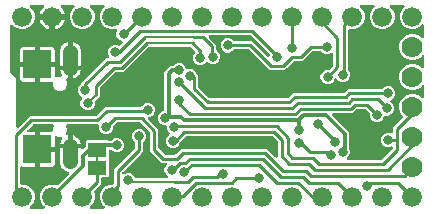
<source format=gbr>
G04 EAGLE Gerber RS-274X export*
G75*
%MOMM*%
%FSLAX34Y34*%
%LPD*%
%INBottom Copper*%
%IPPOS*%
%AMOC8*
5,1,8,0,0,1.08239X$1,22.5*%
G01*
%ADD10R,2.413000X2.413000*%
%ADD11C,1.308000*%
%ADD12C,1.676400*%
%ADD13C,1.778000*%
%ADD14R,1.600200X1.168400*%
%ADD15R,0.203200X0.635000*%
%ADD16C,0.800100*%
%ADD17C,0.254000*%
%ADD18C,0.304800*%
%ADD19C,0.203200*%

G36*
X316339Y43955D02*
X316339Y43955D01*
X316438Y43958D01*
X316497Y43975D01*
X316557Y43983D01*
X316649Y44019D01*
X316744Y44047D01*
X316796Y44077D01*
X316852Y44100D01*
X316932Y44158D01*
X317018Y44208D01*
X317093Y44274D01*
X317110Y44286D01*
X317118Y44296D01*
X317139Y44314D01*
X326047Y53223D01*
X326090Y53278D01*
X326140Y53326D01*
X326187Y53403D01*
X326242Y53474D01*
X326270Y53538D01*
X326306Y53597D01*
X326332Y53683D01*
X326368Y53766D01*
X326379Y53835D01*
X326400Y53901D01*
X326404Y53991D01*
X326418Y54080D01*
X326411Y54150D01*
X326415Y54219D01*
X326397Y54307D01*
X326388Y54396D01*
X326365Y54462D01*
X326350Y54531D01*
X326311Y54611D01*
X326281Y54696D01*
X326241Y54754D01*
X326211Y54816D01*
X326152Y54885D01*
X326102Y54959D01*
X326050Y55005D01*
X326004Y55058D01*
X325931Y55110D01*
X325864Y55169D01*
X325801Y55201D01*
X325744Y55241D01*
X325660Y55273D01*
X325580Y55314D01*
X325512Y55329D01*
X325447Y55354D01*
X325358Y55364D01*
X325270Y55384D01*
X325200Y55382D01*
X325131Y55389D01*
X325042Y55377D01*
X324952Y55374D01*
X324885Y55355D01*
X324816Y55345D01*
X324664Y55293D01*
X323780Y54927D01*
X321380Y54927D01*
X319162Y55845D01*
X317465Y57542D01*
X316547Y59760D01*
X316547Y62160D01*
X317465Y64378D01*
X319162Y66075D01*
X321380Y66993D01*
X323780Y66993D01*
X325142Y66429D01*
X325190Y66416D01*
X325235Y66395D01*
X325343Y66374D01*
X325449Y66345D01*
X325499Y66344D01*
X325548Y66335D01*
X325657Y66342D01*
X325767Y66340D01*
X325815Y66352D01*
X325865Y66355D01*
X325969Y66388D01*
X326076Y66414D01*
X326120Y66437D01*
X326167Y66453D01*
X326260Y66511D01*
X326357Y66563D01*
X326394Y66596D01*
X326436Y66623D01*
X326511Y66703D01*
X326593Y66777D01*
X326620Y66818D01*
X326654Y66854D01*
X326707Y66951D01*
X326767Y67042D01*
X326784Y67090D01*
X326808Y67133D01*
X326835Y67239D01*
X326871Y67343D01*
X326875Y67393D01*
X326887Y67441D01*
X326897Y67602D01*
X326897Y71853D01*
X329203Y74159D01*
X329204Y74159D01*
X334801Y79757D01*
X334874Y79851D01*
X334953Y79940D01*
X334971Y79976D01*
X334996Y80008D01*
X335043Y80118D01*
X335097Y80223D01*
X335106Y80263D01*
X335122Y80300D01*
X335141Y80418D01*
X335167Y80534D01*
X335166Y80574D01*
X335172Y80614D01*
X335161Y80733D01*
X335157Y80852D01*
X335146Y80890D01*
X335142Y80931D01*
X335102Y81043D01*
X335069Y81157D01*
X335049Y81192D01*
X335035Y81230D01*
X334968Y81329D01*
X334907Y81431D01*
X334868Y81476D01*
X334856Y81493D01*
X334841Y81507D01*
X334801Y81552D01*
X333640Y82713D01*
X331977Y86727D01*
X331977Y91073D01*
X333640Y95087D01*
X336713Y98160D01*
X340727Y99823D01*
X345073Y99823D01*
X349087Y98160D01*
X350893Y96355D01*
X351002Y96269D01*
X351109Y96181D01*
X351128Y96172D01*
X351144Y96160D01*
X351272Y96104D01*
X351397Y96045D01*
X351417Y96041D01*
X351436Y96033D01*
X351574Y96011D01*
X351710Y95985D01*
X351730Y95987D01*
X351750Y95983D01*
X351889Y95996D01*
X352027Y96005D01*
X352046Y96011D01*
X352066Y96013D01*
X352198Y96060D01*
X352329Y96103D01*
X352347Y96114D01*
X352366Y96121D01*
X352481Y96199D01*
X352598Y96273D01*
X352612Y96288D01*
X352629Y96299D01*
X352721Y96404D01*
X352816Y96505D01*
X352826Y96523D01*
X352839Y96538D01*
X352903Y96662D01*
X352970Y96783D01*
X352975Y96803D01*
X352984Y96821D01*
X353014Y96957D01*
X353049Y97091D01*
X353051Y97119D01*
X353054Y97131D01*
X353053Y97152D01*
X353059Y97252D01*
X353059Y105948D01*
X353042Y106085D01*
X353029Y106224D01*
X353022Y106243D01*
X353019Y106264D01*
X352968Y106392D01*
X352921Y106524D01*
X352910Y106540D01*
X352902Y106559D01*
X352821Y106672D01*
X352743Y106787D01*
X352727Y106800D01*
X352716Y106817D01*
X352608Y106905D01*
X352504Y106997D01*
X352486Y107006D01*
X352471Y107019D01*
X352345Y107079D01*
X352221Y107142D01*
X352201Y107146D01*
X352183Y107155D01*
X352046Y107181D01*
X351911Y107211D01*
X351890Y107211D01*
X351871Y107215D01*
X351732Y107206D01*
X351593Y107202D01*
X351573Y107196D01*
X351553Y107195D01*
X351421Y107152D01*
X351287Y107113D01*
X351270Y107103D01*
X351251Y107097D01*
X351133Y107022D01*
X351013Y106952D01*
X350992Y106933D01*
X350982Y106927D01*
X350968Y106912D01*
X350893Y106845D01*
X349087Y105040D01*
X345073Y103377D01*
X340727Y103377D01*
X336713Y105040D01*
X333640Y108113D01*
X331977Y112127D01*
X331977Y116473D01*
X333640Y120487D01*
X336713Y123560D01*
X340727Y125223D01*
X345073Y125223D01*
X349087Y123560D01*
X350893Y121755D01*
X351002Y121669D01*
X351109Y121581D01*
X351128Y121572D01*
X351144Y121560D01*
X351272Y121504D01*
X351397Y121445D01*
X351417Y121441D01*
X351436Y121433D01*
X351574Y121411D01*
X351710Y121385D01*
X351730Y121387D01*
X351750Y121383D01*
X351889Y121396D01*
X352027Y121405D01*
X352046Y121411D01*
X352066Y121413D01*
X352198Y121460D01*
X352329Y121503D01*
X352347Y121514D01*
X352366Y121521D01*
X352481Y121599D01*
X352598Y121673D01*
X352612Y121688D01*
X352629Y121699D01*
X352721Y121804D01*
X352816Y121905D01*
X352826Y121923D01*
X352839Y121938D01*
X352903Y122062D01*
X352970Y122183D01*
X352975Y122203D01*
X352984Y122221D01*
X353014Y122357D01*
X353049Y122491D01*
X353051Y122519D01*
X353054Y122531D01*
X353053Y122552D01*
X353059Y122652D01*
X353059Y131348D01*
X353042Y131485D01*
X353029Y131624D01*
X353022Y131643D01*
X353019Y131664D01*
X352968Y131792D01*
X352921Y131924D01*
X352910Y131940D01*
X352902Y131959D01*
X352821Y132072D01*
X352743Y132187D01*
X352727Y132200D01*
X352716Y132217D01*
X352608Y132305D01*
X352504Y132397D01*
X352486Y132406D01*
X352471Y132419D01*
X352345Y132479D01*
X352221Y132542D01*
X352201Y132546D01*
X352183Y132555D01*
X352046Y132581D01*
X351911Y132611D01*
X351890Y132611D01*
X351871Y132615D01*
X351732Y132606D01*
X351593Y132602D01*
X351573Y132596D01*
X351553Y132595D01*
X351421Y132552D01*
X351287Y132513D01*
X351270Y132503D01*
X351251Y132497D01*
X351133Y132422D01*
X351013Y132352D01*
X350992Y132333D01*
X350982Y132327D01*
X350968Y132312D01*
X350893Y132245D01*
X349087Y130440D01*
X345073Y128777D01*
X340727Y128777D01*
X336713Y130440D01*
X333640Y133513D01*
X331977Y137527D01*
X331977Y141873D01*
X333640Y145887D01*
X336713Y148960D01*
X340727Y150623D01*
X345073Y150623D01*
X349087Y148960D01*
X350893Y147155D01*
X351002Y147069D01*
X351109Y146981D01*
X351128Y146972D01*
X351144Y146960D01*
X351272Y146904D01*
X351397Y146845D01*
X351417Y146841D01*
X351436Y146833D01*
X351574Y146811D01*
X351710Y146785D01*
X351730Y146787D01*
X351750Y146783D01*
X351889Y146796D01*
X352027Y146805D01*
X352046Y146811D01*
X352066Y146813D01*
X352198Y146860D01*
X352329Y146903D01*
X352347Y146914D01*
X352366Y146921D01*
X352481Y146999D01*
X352598Y147073D01*
X352612Y147088D01*
X352629Y147099D01*
X352721Y147204D01*
X352816Y147305D01*
X352826Y147323D01*
X352839Y147338D01*
X352903Y147462D01*
X352970Y147583D01*
X352975Y147603D01*
X352984Y147621D01*
X353014Y147757D01*
X353049Y147891D01*
X353051Y147919D01*
X353054Y147931D01*
X353053Y147952D01*
X353059Y148052D01*
X353059Y157466D01*
X353042Y157604D01*
X353029Y157743D01*
X353022Y157762D01*
X353019Y157782D01*
X352968Y157911D01*
X352921Y158042D01*
X352910Y158059D01*
X352902Y158078D01*
X352821Y158190D01*
X352743Y158305D01*
X352727Y158319D01*
X352716Y158335D01*
X352608Y158424D01*
X352504Y158516D01*
X352486Y158525D01*
X352471Y158538D01*
X352345Y158597D01*
X352221Y158660D01*
X352201Y158665D01*
X352183Y158673D01*
X352047Y158699D01*
X351911Y158730D01*
X351890Y158729D01*
X351871Y158733D01*
X351732Y158724D01*
X351593Y158720D01*
X351573Y158715D01*
X351553Y158713D01*
X351421Y158671D01*
X351287Y158632D01*
X351270Y158622D01*
X351251Y158615D01*
X351133Y158541D01*
X351013Y158470D01*
X350992Y158452D01*
X350982Y158445D01*
X350968Y158430D01*
X350893Y158364D01*
X348799Y156271D01*
X344972Y154685D01*
X340828Y154685D01*
X337001Y156271D01*
X334071Y159201D01*
X332485Y163028D01*
X332485Y167172D01*
X334071Y170999D01*
X336164Y173093D01*
X336249Y173202D01*
X336338Y173309D01*
X336346Y173328D01*
X336359Y173344D01*
X336414Y173472D01*
X336473Y173597D01*
X336477Y173617D01*
X336485Y173636D01*
X336507Y173774D01*
X336533Y173910D01*
X336532Y173930D01*
X336535Y173950D01*
X336522Y174089D01*
X336513Y174227D01*
X336507Y174246D01*
X336505Y174266D01*
X336458Y174398D01*
X336415Y174529D01*
X336404Y174547D01*
X336398Y174566D01*
X336320Y174681D01*
X336245Y174798D01*
X336230Y174812D01*
X336219Y174829D01*
X336115Y174921D01*
X336014Y175016D01*
X335996Y175026D01*
X335981Y175039D01*
X335856Y175103D01*
X335735Y175170D01*
X335715Y175175D01*
X335697Y175184D01*
X335562Y175214D01*
X335427Y175249D01*
X335399Y175251D01*
X335387Y175254D01*
X335367Y175253D01*
X335266Y175259D01*
X325134Y175259D01*
X324996Y175242D01*
X324857Y175229D01*
X324838Y175222D01*
X324818Y175219D01*
X324689Y175168D01*
X324558Y175121D01*
X324541Y175110D01*
X324522Y175102D01*
X324410Y175021D01*
X324295Y174943D01*
X324281Y174927D01*
X324265Y174916D01*
X324176Y174808D01*
X324084Y174704D01*
X324075Y174686D01*
X324062Y174671D01*
X324003Y174545D01*
X323940Y174421D01*
X323935Y174401D01*
X323927Y174383D01*
X323901Y174247D01*
X323870Y174111D01*
X323871Y174090D01*
X323867Y174071D01*
X323876Y173932D01*
X323880Y173793D01*
X323885Y173773D01*
X323887Y173753D01*
X323929Y173621D01*
X323968Y173487D01*
X323978Y173470D01*
X323985Y173451D01*
X324059Y173333D01*
X324130Y173213D01*
X324148Y173192D01*
X324155Y173182D01*
X324170Y173168D01*
X324236Y173093D01*
X326329Y170999D01*
X327915Y167172D01*
X327915Y163028D01*
X326329Y159201D01*
X323399Y156271D01*
X319572Y154685D01*
X315428Y154685D01*
X311601Y156271D01*
X308671Y159201D01*
X307085Y163028D01*
X307085Y167172D01*
X308671Y170999D01*
X310764Y173093D01*
X310849Y173202D01*
X310938Y173309D01*
X310946Y173328D01*
X310959Y173344D01*
X311014Y173472D01*
X311073Y173597D01*
X311077Y173617D01*
X311085Y173636D01*
X311107Y173774D01*
X311133Y173910D01*
X311132Y173930D01*
X311135Y173950D01*
X311122Y174089D01*
X311113Y174227D01*
X311107Y174246D01*
X311105Y174266D01*
X311058Y174398D01*
X311015Y174529D01*
X311004Y174547D01*
X310998Y174566D01*
X310920Y174681D01*
X310845Y174798D01*
X310830Y174812D01*
X310819Y174829D01*
X310715Y174921D01*
X310614Y175016D01*
X310596Y175026D01*
X310581Y175039D01*
X310456Y175103D01*
X310335Y175170D01*
X310315Y175175D01*
X310297Y175184D01*
X310162Y175214D01*
X310027Y175249D01*
X309999Y175251D01*
X309987Y175254D01*
X309967Y175253D01*
X309866Y175259D01*
X299734Y175259D01*
X299596Y175242D01*
X299457Y175229D01*
X299438Y175222D01*
X299418Y175219D01*
X299289Y175168D01*
X299158Y175121D01*
X299141Y175110D01*
X299122Y175102D01*
X299010Y175021D01*
X298895Y174943D01*
X298881Y174927D01*
X298865Y174916D01*
X298776Y174808D01*
X298684Y174704D01*
X298675Y174686D01*
X298662Y174671D01*
X298603Y174545D01*
X298540Y174421D01*
X298535Y174401D01*
X298527Y174383D01*
X298501Y174247D01*
X298470Y174111D01*
X298471Y174090D01*
X298467Y174071D01*
X298476Y173932D01*
X298480Y173793D01*
X298485Y173773D01*
X298487Y173753D01*
X298529Y173621D01*
X298568Y173487D01*
X298578Y173470D01*
X298585Y173451D01*
X298659Y173333D01*
X298730Y173213D01*
X298748Y173192D01*
X298755Y173182D01*
X298770Y173168D01*
X298836Y173093D01*
X300929Y170999D01*
X302515Y167172D01*
X302515Y163028D01*
X300929Y159201D01*
X297999Y156271D01*
X294172Y154685D01*
X289954Y154685D01*
X289866Y154709D01*
X289816Y154710D01*
X289767Y154720D01*
X289658Y154713D01*
X289548Y154714D01*
X289500Y154703D01*
X289450Y154700D01*
X289346Y154666D01*
X289239Y154640D01*
X289195Y154617D01*
X289148Y154602D01*
X289055Y154543D01*
X288958Y154492D01*
X288921Y154458D01*
X288879Y154432D01*
X288804Y154352D01*
X288722Y154278D01*
X288695Y154236D01*
X288661Y154200D01*
X288608Y154104D01*
X288548Y154012D01*
X288531Y153965D01*
X288507Y153921D01*
X288480Y153815D01*
X288444Y153711D01*
X288440Y153662D01*
X288428Y153614D01*
X288418Y153453D01*
X288418Y120690D01*
X288430Y120592D01*
X288433Y120493D01*
X288450Y120435D01*
X288458Y120375D01*
X288494Y120283D01*
X288522Y120188D01*
X288552Y120135D01*
X288575Y120079D01*
X288633Y119999D01*
X288683Y119914D01*
X288749Y119838D01*
X288761Y119822D01*
X288771Y119814D01*
X288789Y119793D01*
X288960Y119623D01*
X289878Y117405D01*
X289878Y115005D01*
X288960Y112787D01*
X287263Y111090D01*
X285045Y110172D01*
X282645Y110172D01*
X280427Y111090D01*
X278884Y112633D01*
X278845Y112664D01*
X278812Y112700D01*
X278720Y112761D01*
X278633Y112828D01*
X278588Y112848D01*
X278546Y112875D01*
X278442Y112911D01*
X278341Y112955D01*
X278292Y112962D01*
X278245Y112978D01*
X278136Y112987D01*
X278027Y113004D01*
X277978Y113000D01*
X277928Y113004D01*
X277820Y112985D01*
X277711Y112975D01*
X277664Y112958D01*
X277615Y112949D01*
X277515Y112904D01*
X277411Y112867D01*
X277370Y112839D01*
X277325Y112819D01*
X277239Y112750D01*
X277148Y112688D01*
X277115Y112651D01*
X277077Y112620D01*
X277010Y112532D01*
X276938Y112450D01*
X276915Y112406D01*
X276885Y112366D01*
X276814Y112221D01*
X276260Y110882D01*
X274563Y109185D01*
X272345Y108267D01*
X269945Y108267D01*
X267727Y109185D01*
X266030Y110882D01*
X265112Y113100D01*
X265112Y115500D01*
X266030Y117718D01*
X267727Y119415D01*
X269945Y120333D01*
X271982Y120333D01*
X272080Y120346D01*
X272179Y120349D01*
X272237Y120365D01*
X272297Y120373D01*
X272389Y120410D01*
X272484Y120437D01*
X272537Y120468D01*
X272593Y120490D01*
X272673Y120548D01*
X272758Y120599D01*
X272834Y120665D01*
X272850Y120677D01*
X272858Y120686D01*
X272879Y120705D01*
X275726Y123551D01*
X275786Y123630D01*
X275854Y123702D01*
X275883Y123755D01*
X275920Y123803D01*
X275960Y123894D01*
X276008Y123980D01*
X276023Y124039D01*
X276047Y124094D01*
X276062Y124192D01*
X276087Y124288D01*
X276093Y124388D01*
X276097Y124409D01*
X276095Y124421D01*
X276097Y124449D01*
X276097Y133691D01*
X276080Y133828D01*
X276067Y133967D01*
X276060Y133986D01*
X276057Y134006D01*
X276006Y134136D01*
X275959Y134266D01*
X275948Y134283D01*
X275940Y134302D01*
X275859Y134415D01*
X275781Y134530D01*
X275765Y134543D01*
X275754Y134559D01*
X275646Y134648D01*
X275542Y134740D01*
X275524Y134749D01*
X275509Y134762D01*
X275383Y134821D01*
X275259Y134885D01*
X275239Y134889D01*
X275221Y134898D01*
X275084Y134924D01*
X274949Y134954D01*
X274928Y134954D01*
X274909Y134957D01*
X274770Y134949D01*
X274631Y134945D01*
X274611Y134939D01*
X274591Y134938D01*
X274459Y134895D01*
X274325Y134856D01*
X274308Y134846D01*
X274289Y134840D01*
X274171Y134765D01*
X274051Y134695D01*
X274030Y134676D01*
X274020Y134670D01*
X274006Y134655D01*
X273930Y134588D01*
X273928Y134585D01*
X271710Y133667D01*
X269310Y133667D01*
X267092Y134585D01*
X265652Y136026D01*
X265574Y136086D01*
X265502Y136154D01*
X265449Y136183D01*
X265401Y136220D01*
X265310Y136260D01*
X265223Y136308D01*
X265165Y136323D01*
X265109Y136347D01*
X265011Y136362D01*
X264915Y136387D01*
X264815Y136393D01*
X264795Y136397D01*
X264783Y136395D01*
X264755Y136397D01*
X259069Y136397D01*
X258971Y136385D01*
X258872Y136382D01*
X258813Y136365D01*
X258753Y136357D01*
X258661Y136321D01*
X258566Y136293D01*
X258514Y136263D01*
X258458Y136240D01*
X258378Y136182D01*
X258292Y136132D01*
X258217Y136066D01*
X258200Y136054D01*
X258192Y136044D01*
X258171Y136026D01*
X250288Y128142D01*
X243194Y128142D01*
X243096Y128130D01*
X242997Y128127D01*
X242938Y128110D01*
X242878Y128102D01*
X242786Y128066D01*
X242691Y128038D01*
X242639Y128008D01*
X242583Y127985D01*
X242503Y127927D01*
X242417Y127877D01*
X242342Y127811D01*
X242325Y127799D01*
X242317Y127789D01*
X242296Y127771D01*
X236719Y122194D01*
X234413Y119887D01*
X222152Y119887D01*
X204744Y137296D01*
X204665Y137356D01*
X204593Y137424D01*
X204540Y137453D01*
X204492Y137490D01*
X204401Y137530D01*
X204315Y137578D01*
X204256Y137593D01*
X204201Y137617D01*
X204103Y137632D01*
X204007Y137657D01*
X203907Y137663D01*
X203886Y137667D01*
X203874Y137665D01*
X203846Y137667D01*
X192445Y137667D01*
X192347Y137655D01*
X192248Y137652D01*
X192190Y137635D01*
X192130Y137627D01*
X192038Y137591D01*
X191943Y137563D01*
X191890Y137533D01*
X191834Y137510D01*
X191754Y137452D01*
X191669Y137402D01*
X191593Y137336D01*
X191577Y137324D01*
X191569Y137314D01*
X191548Y137296D01*
X190108Y135855D01*
X187890Y134937D01*
X185490Y134937D01*
X183272Y135855D01*
X181575Y137552D01*
X180657Y139770D01*
X180657Y142170D01*
X181575Y144388D01*
X183272Y146085D01*
X185490Y147003D01*
X187890Y147003D01*
X190108Y146085D01*
X191548Y144644D01*
X191626Y144584D01*
X191698Y144516D01*
X191751Y144487D01*
X191799Y144450D01*
X191890Y144410D01*
X191977Y144362D01*
X192035Y144347D01*
X192091Y144323D01*
X192189Y144308D01*
X192285Y144283D01*
X192385Y144277D01*
X192405Y144273D01*
X192417Y144275D01*
X192445Y144273D01*
X207108Y144273D01*
X219838Y131542D01*
X219878Y131512D01*
X219911Y131475D01*
X220003Y131415D01*
X220090Y131347D01*
X220135Y131328D01*
X220177Y131300D01*
X220281Y131265D01*
X220382Y131221D01*
X220431Y131213D01*
X220478Y131197D01*
X220587Y131188D01*
X220696Y131171D01*
X220745Y131176D01*
X220795Y131172D01*
X220903Y131191D01*
X221012Y131201D01*
X221059Y131218D01*
X221108Y131226D01*
X221208Y131271D01*
X221312Y131309D01*
X221353Y131337D01*
X221398Y131357D01*
X221484Y131426D01*
X221575Y131487D01*
X221608Y131525D01*
X221646Y131556D01*
X221712Y131643D01*
X221785Y131726D01*
X221808Y131770D01*
X221838Y131810D01*
X221909Y131954D01*
X222027Y132239D01*
X222035Y132268D01*
X222048Y132294D01*
X222076Y132421D01*
X222111Y132546D01*
X222111Y132576D01*
X222118Y132604D01*
X222114Y132734D01*
X222116Y132864D01*
X222109Y132893D01*
X222108Y132922D01*
X222072Y133047D01*
X222042Y133173D01*
X222028Y133200D01*
X222020Y133228D01*
X221954Y133340D01*
X221893Y133455D01*
X221873Y133476D01*
X221858Y133502D01*
X221752Y133623D01*
X206014Y149361D01*
X205935Y149421D01*
X205863Y149489D01*
X205810Y149518D01*
X205762Y149555D01*
X205671Y149595D01*
X205585Y149643D01*
X205526Y149658D01*
X205471Y149682D01*
X205373Y149697D01*
X205277Y149722D01*
X205177Y149728D01*
X205156Y149732D01*
X205144Y149730D01*
X205116Y149732D01*
X171693Y149732D01*
X171555Y149715D01*
X171416Y149702D01*
X171397Y149695D01*
X171377Y149692D01*
X171248Y149641D01*
X171117Y149594D01*
X171100Y149583D01*
X171082Y149575D01*
X170969Y149494D01*
X170854Y149416D01*
X170841Y149400D01*
X170824Y149389D01*
X170735Y149281D01*
X170643Y149177D01*
X170634Y149159D01*
X170621Y149144D01*
X170562Y149018D01*
X170499Y148894D01*
X170494Y148874D01*
X170486Y148856D01*
X170460Y148720D01*
X170429Y148584D01*
X170430Y148563D01*
X170426Y148544D01*
X170435Y148405D01*
X170439Y148266D01*
X170445Y148246D01*
X170446Y148226D01*
X170489Y148094D01*
X170527Y147960D01*
X170538Y147943D01*
X170544Y147924D01*
X170618Y147806D01*
X170689Y147686D01*
X170707Y147665D01*
X170714Y147655D01*
X170729Y147641D01*
X170795Y147566D01*
X174351Y144009D01*
X176658Y141703D01*
X176658Y137718D01*
X176661Y137689D01*
X176659Y137660D01*
X176681Y137532D01*
X176698Y137403D01*
X176708Y137375D01*
X176713Y137346D01*
X176767Y137228D01*
X176815Y137107D01*
X176832Y137083D01*
X176844Y137056D01*
X176925Y136955D01*
X177001Y136850D01*
X177024Y136831D01*
X177043Y136808D01*
X177146Y136730D01*
X177246Y136647D01*
X177273Y136634D01*
X177297Y136617D01*
X177403Y136565D01*
X179105Y134863D01*
X180023Y132645D01*
X180023Y130245D01*
X179105Y128027D01*
X177408Y126330D01*
X175190Y125412D01*
X172790Y125412D01*
X170572Y126330D01*
X170125Y126778D01*
X170031Y126851D01*
X169942Y126929D01*
X169906Y126948D01*
X169874Y126973D01*
X169764Y127020D01*
X169658Y127074D01*
X169619Y127083D01*
X169582Y127099D01*
X169464Y127118D01*
X169348Y127144D01*
X169308Y127143D01*
X169268Y127149D01*
X169149Y127138D01*
X169030Y127134D01*
X168991Y127123D01*
X168951Y127119D01*
X168839Y127079D01*
X168725Y127046D01*
X168690Y127025D01*
X168652Y127011D01*
X168554Y126945D01*
X168451Y126884D01*
X168406Y126844D01*
X168389Y126833D01*
X168375Y126818D01*
X168330Y126778D01*
X166613Y125060D01*
X164395Y124142D01*
X161995Y124142D01*
X159777Y125060D01*
X158080Y126757D01*
X157162Y128975D01*
X157162Y131375D01*
X158080Y133593D01*
X158871Y134383D01*
X158944Y134477D01*
X159023Y134567D01*
X159041Y134603D01*
X159066Y134635D01*
X159113Y134744D01*
X159167Y134850D01*
X159176Y134889D01*
X159192Y134926D01*
X159211Y135044D01*
X159237Y135160D01*
X159236Y135200D01*
X159242Y135240D01*
X159231Y135359D01*
X159227Y135478D01*
X159216Y135517D01*
X159212Y135557D01*
X159172Y135669D01*
X159139Y135783D01*
X159118Y135818D01*
X159105Y135856D01*
X159038Y135955D01*
X158977Y136057D01*
X158938Y136103D01*
X158926Y136120D01*
X158911Y136133D01*
X158871Y136178D01*
X155595Y139455D01*
X155516Y139515D01*
X155444Y139583D01*
X155391Y139612D01*
X155343Y139649D01*
X155252Y139689D01*
X155166Y139737D01*
X155107Y139752D01*
X155052Y139776D01*
X154954Y139791D01*
X154858Y139816D01*
X154758Y139822D01*
X154738Y139826D01*
X154725Y139824D01*
X154697Y139826D01*
X120258Y139826D01*
X120160Y139814D01*
X120061Y139811D01*
X120002Y139794D01*
X119942Y139786D01*
X119850Y139750D01*
X119755Y139722D01*
X119703Y139692D01*
X119647Y139669D01*
X119567Y139611D01*
X119481Y139561D01*
X119406Y139495D01*
X119389Y139483D01*
X119381Y139473D01*
X119360Y139455D01*
X98523Y118617D01*
X92064Y118617D01*
X91966Y118605D01*
X91867Y118602D01*
X91808Y118585D01*
X91748Y118577D01*
X91656Y118541D01*
X91561Y118513D01*
X91509Y118483D01*
X91453Y118460D01*
X91373Y118402D01*
X91287Y118352D01*
X91212Y118286D01*
X91195Y118274D01*
X91187Y118264D01*
X91166Y118246D01*
X78604Y105684D01*
X78544Y105605D01*
X78476Y105533D01*
X78447Y105480D01*
X78410Y105432D01*
X78370Y105341D01*
X78322Y105255D01*
X78307Y105196D01*
X78283Y105141D01*
X78268Y105043D01*
X78243Y104947D01*
X78237Y104847D01*
X78233Y104827D01*
X78235Y104814D01*
X78233Y104786D01*
X78233Y97692D01*
X76283Y95742D01*
X76267Y95742D01*
X76209Y95725D01*
X76149Y95717D01*
X76057Y95681D01*
X75962Y95653D01*
X75910Y95623D01*
X75853Y95600D01*
X75773Y95542D01*
X75688Y95492D01*
X75613Y95426D01*
X75596Y95414D01*
X75588Y95404D01*
X75567Y95386D01*
X74350Y94168D01*
X74289Y94090D01*
X74221Y94018D01*
X74192Y93965D01*
X74155Y93917D01*
X74116Y93826D01*
X74068Y93740D01*
X74053Y93681D01*
X74029Y93625D01*
X74013Y93527D01*
X73988Y93432D01*
X73982Y93332D01*
X73979Y93311D01*
X73980Y93299D01*
X73978Y93271D01*
X73978Y90875D01*
X73060Y88657D01*
X71363Y86960D01*
X69145Y86042D01*
X66745Y86042D01*
X64527Y86960D01*
X62830Y88657D01*
X61912Y90875D01*
X61912Y93275D01*
X62830Y95493D01*
X63026Y95688D01*
X63057Y95728D01*
X63093Y95761D01*
X63154Y95853D01*
X63221Y95940D01*
X63241Y95985D01*
X63268Y96027D01*
X63304Y96131D01*
X63347Y96232D01*
X63355Y96281D01*
X63371Y96328D01*
X63380Y96437D01*
X63397Y96546D01*
X63393Y96595D01*
X63397Y96645D01*
X63378Y96753D01*
X63368Y96862D01*
X63351Y96909D01*
X63342Y96958D01*
X63297Y97058D01*
X63260Y97162D01*
X63232Y97203D01*
X63212Y97248D01*
X63143Y97334D01*
X63081Y97425D01*
X63044Y97458D01*
X63013Y97497D01*
X62925Y97563D01*
X62843Y97635D01*
X62799Y97658D01*
X62759Y97688D01*
X62624Y97754D01*
X60925Y99452D01*
X60007Y101670D01*
X60007Y104070D01*
X60925Y106288D01*
X62366Y107728D01*
X62426Y107806D01*
X62494Y107878D01*
X62523Y107931D01*
X62560Y107979D01*
X62600Y108070D01*
X62648Y108157D01*
X62663Y108215D01*
X62687Y108271D01*
X62702Y108369D01*
X62727Y108465D01*
X62733Y108565D01*
X62737Y108585D01*
X62735Y108597D01*
X62737Y108625D01*
X62737Y109318D01*
X83722Y130303D01*
X85061Y130303D01*
X85111Y130309D01*
X85160Y130307D01*
X85268Y130329D01*
X85377Y130343D01*
X85423Y130361D01*
X85472Y130371D01*
X85570Y130419D01*
X85673Y130460D01*
X85713Y130489D01*
X85757Y130511D01*
X85841Y130582D01*
X85930Y130646D01*
X85962Y130685D01*
X85999Y130717D01*
X86063Y130807D01*
X86133Y130891D01*
X86154Y130936D01*
X86183Y130977D01*
X86222Y131080D01*
X86268Y131179D01*
X86278Y131228D01*
X86295Y131274D01*
X86307Y131384D01*
X86328Y131491D01*
X86325Y131541D01*
X86331Y131590D01*
X86315Y131699D01*
X86308Y131809D01*
X86293Y131856D01*
X86286Y131905D01*
X86234Y132058D01*
X85407Y134055D01*
X85407Y136455D01*
X86325Y138673D01*
X88022Y140370D01*
X90240Y141288D01*
X92640Y141288D01*
X94216Y140635D01*
X94245Y140628D01*
X94271Y140614D01*
X94398Y140586D01*
X94523Y140551D01*
X94553Y140551D01*
X94581Y140544D01*
X94711Y140548D01*
X94841Y140546D01*
X94870Y140553D01*
X94899Y140554D01*
X95024Y140590D01*
X95150Y140620D01*
X95177Y140634D01*
X95205Y140642D01*
X95317Y140708D01*
X95432Y140769D01*
X95453Y140789D01*
X95479Y140804D01*
X95600Y140910D01*
X97244Y142554D01*
X97274Y142594D01*
X97311Y142627D01*
X97371Y142719D01*
X97392Y142745D01*
X97393Y142747D01*
X97439Y142806D01*
X97458Y142851D01*
X97486Y142893D01*
X97521Y142997D01*
X97565Y143098D01*
X97573Y143147D01*
X97589Y143194D01*
X97598Y143303D01*
X97615Y143412D01*
X97610Y143461D01*
X97614Y143511D01*
X97595Y143619D01*
X97585Y143728D01*
X97568Y143775D01*
X97560Y143824D01*
X97515Y143924D01*
X97477Y144028D01*
X97449Y144069D01*
X97429Y144114D01*
X97361Y144200D01*
X97299Y144291D01*
X97262Y144324D01*
X97231Y144362D01*
X97143Y144429D01*
X97060Y144501D01*
X97016Y144524D01*
X96976Y144554D01*
X96832Y144625D01*
X95007Y145380D01*
X93310Y147077D01*
X92392Y149295D01*
X92392Y151695D01*
X93008Y153184D01*
X93045Y153317D01*
X93086Y153451D01*
X93087Y153471D01*
X93092Y153490D01*
X93095Y153630D01*
X93101Y153768D01*
X93097Y153788D01*
X93097Y153808D01*
X93065Y153944D01*
X93037Y154080D01*
X93028Y154098D01*
X93023Y154118D01*
X92958Y154240D01*
X92897Y154365D01*
X92884Y154381D01*
X92874Y154399D01*
X92781Y154502D01*
X92691Y154607D01*
X92674Y154619D01*
X92661Y154634D01*
X92544Y154710D01*
X92431Y154791D01*
X92412Y154798D01*
X92395Y154809D01*
X92263Y154854D01*
X92133Y154903D01*
X92113Y154906D01*
X92094Y154912D01*
X91955Y154923D01*
X91817Y154939D01*
X91797Y154936D01*
X91777Y154937D01*
X91640Y154914D01*
X91502Y154894D01*
X91476Y154885D01*
X91464Y154883D01*
X91445Y154875D01*
X91350Y154842D01*
X90972Y154685D01*
X86828Y154685D01*
X83001Y156271D01*
X80071Y159201D01*
X78485Y163028D01*
X78485Y167172D01*
X80071Y170999D01*
X82164Y173093D01*
X82249Y173202D01*
X82338Y173309D01*
X82346Y173328D01*
X82359Y173344D01*
X82414Y173472D01*
X82473Y173597D01*
X82477Y173617D01*
X82485Y173636D01*
X82507Y173774D01*
X82533Y173910D01*
X82532Y173930D01*
X82535Y173950D01*
X82522Y174089D01*
X82513Y174227D01*
X82507Y174246D01*
X82505Y174266D01*
X82458Y174398D01*
X82415Y174529D01*
X82404Y174547D01*
X82398Y174566D01*
X82320Y174681D01*
X82245Y174798D01*
X82230Y174812D01*
X82219Y174829D01*
X82115Y174921D01*
X82014Y175016D01*
X81996Y175026D01*
X81981Y175039D01*
X81856Y175103D01*
X81735Y175170D01*
X81715Y175175D01*
X81697Y175184D01*
X81562Y175214D01*
X81427Y175249D01*
X81399Y175251D01*
X81387Y175254D01*
X81367Y175253D01*
X81266Y175259D01*
X71134Y175259D01*
X70996Y175242D01*
X70857Y175229D01*
X70838Y175222D01*
X70818Y175219D01*
X70689Y175168D01*
X70558Y175121D01*
X70541Y175110D01*
X70522Y175102D01*
X70410Y175021D01*
X70295Y174943D01*
X70281Y174927D01*
X70265Y174916D01*
X70176Y174808D01*
X70084Y174704D01*
X70075Y174686D01*
X70062Y174671D01*
X70003Y174545D01*
X69940Y174421D01*
X69935Y174401D01*
X69927Y174383D01*
X69901Y174247D01*
X69870Y174111D01*
X69871Y174090D01*
X69867Y174071D01*
X69876Y173932D01*
X69880Y173793D01*
X69885Y173773D01*
X69887Y173753D01*
X69929Y173621D01*
X69968Y173487D01*
X69978Y173470D01*
X69985Y173451D01*
X70059Y173333D01*
X70130Y173213D01*
X70148Y173192D01*
X70155Y173182D01*
X70170Y173168D01*
X70236Y173093D01*
X72329Y170999D01*
X73915Y167172D01*
X73915Y163028D01*
X72329Y159201D01*
X69399Y156271D01*
X65572Y154685D01*
X61428Y154685D01*
X57601Y156271D01*
X54671Y159201D01*
X53085Y163028D01*
X53085Y167172D01*
X54671Y170999D01*
X56764Y173093D01*
X56849Y173202D01*
X56938Y173309D01*
X56946Y173328D01*
X56959Y173344D01*
X57014Y173472D01*
X57073Y173597D01*
X57077Y173617D01*
X57085Y173636D01*
X57107Y173774D01*
X57133Y173910D01*
X57132Y173930D01*
X57135Y173950D01*
X57122Y174089D01*
X57113Y174227D01*
X57107Y174246D01*
X57105Y174266D01*
X57058Y174398D01*
X57015Y174529D01*
X57004Y174547D01*
X56998Y174566D01*
X56920Y174681D01*
X56845Y174798D01*
X56830Y174812D01*
X56819Y174829D01*
X56715Y174921D01*
X56614Y175016D01*
X56596Y175026D01*
X56581Y175039D01*
X56456Y175103D01*
X56335Y175170D01*
X56315Y175175D01*
X56297Y175184D01*
X56162Y175214D01*
X56027Y175249D01*
X55999Y175251D01*
X55987Y175254D01*
X55967Y175253D01*
X55866Y175259D01*
X46452Y175259D01*
X46314Y175242D01*
X46176Y175229D01*
X46157Y175222D01*
X46136Y175219D01*
X46007Y175168D01*
X45876Y175121D01*
X45860Y175110D01*
X45841Y175102D01*
X45729Y175021D01*
X45613Y174943D01*
X45600Y174927D01*
X45583Y174916D01*
X45495Y174808D01*
X45403Y174704D01*
X45394Y174686D01*
X45381Y174671D01*
X45321Y174545D01*
X45258Y174421D01*
X45254Y174401D01*
X45245Y174383D01*
X45219Y174246D01*
X45189Y174111D01*
X45189Y174090D01*
X45185Y174071D01*
X45194Y173932D01*
X45198Y173793D01*
X45204Y173773D01*
X45205Y173753D01*
X45248Y173621D01*
X45287Y173487D01*
X45297Y173470D01*
X45303Y173451D01*
X45377Y173333D01*
X45448Y173213D01*
X45467Y173192D01*
X45473Y173182D01*
X45488Y173168D01*
X45555Y173093D01*
X46431Y172216D01*
X47442Y170825D01*
X48223Y169293D01*
X48754Y167658D01*
X48763Y167599D01*
X39330Y167599D01*
X39212Y167584D01*
X39093Y167577D01*
X39055Y167564D01*
X39015Y167559D01*
X38904Y167516D01*
X38791Y167479D01*
X38757Y167457D01*
X38719Y167442D01*
X38623Y167373D01*
X38522Y167309D01*
X38494Y167279D01*
X38462Y167256D01*
X38386Y167164D01*
X38304Y167077D01*
X38285Y167042D01*
X38259Y167011D01*
X38208Y166903D01*
X38151Y166799D01*
X38141Y166759D01*
X38123Y166723D01*
X38103Y166616D01*
X38099Y166646D01*
X38055Y166756D01*
X38019Y166869D01*
X37997Y166904D01*
X37982Y166941D01*
X37912Y167037D01*
X37849Y167138D01*
X37819Y167166D01*
X37795Y167199D01*
X37704Y167275D01*
X37617Y167356D01*
X37582Y167376D01*
X37550Y167401D01*
X37443Y167452D01*
X37338Y167510D01*
X37299Y167520D01*
X37263Y167537D01*
X37146Y167559D01*
X37030Y167589D01*
X36970Y167593D01*
X36950Y167597D01*
X36930Y167595D01*
X36870Y167599D01*
X27437Y167599D01*
X27446Y167658D01*
X27977Y169293D01*
X28758Y170825D01*
X29769Y172216D01*
X30645Y173093D01*
X30730Y173202D01*
X30819Y173309D01*
X30828Y173328D01*
X30840Y173344D01*
X30896Y173472D01*
X30955Y173597D01*
X30959Y173617D01*
X30967Y173636D01*
X30989Y173774D01*
X31015Y173910D01*
X31013Y173930D01*
X31017Y173950D01*
X31004Y174089D01*
X30995Y174227D01*
X30989Y174246D01*
X30987Y174266D01*
X30940Y174398D01*
X30897Y174529D01*
X30886Y174547D01*
X30879Y174566D01*
X30801Y174681D01*
X30727Y174798D01*
X30712Y174812D01*
X30701Y174829D01*
X30597Y174921D01*
X30495Y175016D01*
X30477Y175026D01*
X30462Y175039D01*
X30338Y175102D01*
X30217Y175170D01*
X30197Y175175D01*
X30179Y175184D01*
X30043Y175214D01*
X29909Y175249D01*
X29881Y175251D01*
X29869Y175254D01*
X29848Y175253D01*
X29748Y175259D01*
X20334Y175259D01*
X20196Y175242D01*
X20057Y175229D01*
X20038Y175222D01*
X20018Y175219D01*
X19889Y175168D01*
X19758Y175121D01*
X19741Y175110D01*
X19722Y175102D01*
X19610Y175021D01*
X19495Y174943D01*
X19481Y174927D01*
X19465Y174916D01*
X19376Y174808D01*
X19284Y174704D01*
X19275Y174686D01*
X19262Y174671D01*
X19203Y174545D01*
X19140Y174421D01*
X19135Y174401D01*
X19127Y174383D01*
X19101Y174247D01*
X19070Y174111D01*
X19071Y174090D01*
X19067Y174071D01*
X19076Y173932D01*
X19080Y173793D01*
X19085Y173773D01*
X19087Y173753D01*
X19129Y173621D01*
X19168Y173487D01*
X19178Y173470D01*
X19185Y173451D01*
X19259Y173333D01*
X19330Y173213D01*
X19348Y173192D01*
X19355Y173182D01*
X19370Y173168D01*
X19436Y173093D01*
X21529Y170999D01*
X23115Y167172D01*
X23115Y163028D01*
X21529Y159201D01*
X18599Y156271D01*
X14772Y154685D01*
X10628Y154685D01*
X6801Y156271D01*
X4707Y158364D01*
X4598Y158449D01*
X4491Y158538D01*
X4472Y158546D01*
X4456Y158559D01*
X4328Y158614D01*
X4203Y158673D01*
X4183Y158677D01*
X4164Y158685D01*
X4026Y158707D01*
X3890Y158733D01*
X3870Y158732D01*
X3850Y158735D01*
X3711Y158722D01*
X3573Y158713D01*
X3554Y158707D01*
X3534Y158705D01*
X3402Y158658D01*
X3271Y158615D01*
X3253Y158604D01*
X3234Y158598D01*
X3119Y158520D01*
X3002Y158445D01*
X2988Y158430D01*
X2971Y158419D01*
X2879Y158315D01*
X2784Y158214D01*
X2774Y158196D01*
X2761Y158181D01*
X2697Y158056D01*
X2630Y157935D01*
X2625Y157915D01*
X2616Y157897D01*
X2586Y157762D01*
X2551Y157627D01*
X2549Y157599D01*
X2546Y157587D01*
X2547Y157567D01*
X2541Y157466D01*
X2541Y118418D01*
X2553Y118320D01*
X2556Y118221D01*
X2573Y118163D01*
X2581Y118103D01*
X2617Y118011D01*
X2645Y117915D01*
X2675Y117863D01*
X2698Y117807D01*
X2756Y117727D01*
X2806Y117642D01*
X2872Y117566D01*
X2884Y117550D01*
X2894Y117542D01*
X2912Y117521D01*
X7621Y112812D01*
X7621Y72506D01*
X7638Y72368D01*
X7651Y72229D01*
X7658Y72210D01*
X7661Y72190D01*
X7712Y72061D01*
X7759Y71930D01*
X7770Y71913D01*
X7778Y71895D01*
X7859Y71782D01*
X7937Y71667D01*
X7953Y71654D01*
X7964Y71637D01*
X8072Y71548D01*
X8176Y71456D01*
X8194Y71447D01*
X8209Y71434D01*
X8335Y71375D01*
X8459Y71312D01*
X8479Y71307D01*
X8497Y71299D01*
X8633Y71273D01*
X8769Y71242D01*
X8790Y71243D01*
X8809Y71239D01*
X8948Y71248D01*
X9087Y71252D01*
X9107Y71258D01*
X9127Y71259D01*
X9259Y71302D01*
X9393Y71340D01*
X9410Y71351D01*
X9429Y71357D01*
X9547Y71431D01*
X9667Y71502D01*
X9688Y71520D01*
X9698Y71527D01*
X9712Y71542D01*
X9787Y71608D01*
X16646Y78466D01*
X18952Y80773D01*
X74306Y80773D01*
X74404Y80785D01*
X74503Y80788D01*
X74562Y80805D01*
X74622Y80813D01*
X74714Y80849D01*
X74809Y80877D01*
X74861Y80907D01*
X74917Y80930D01*
X74998Y80988D01*
X75083Y81038D01*
X75158Y81104D01*
X75175Y81116D01*
X75183Y81126D01*
X75204Y81144D01*
X80781Y86721D01*
X83087Y89028D01*
X112472Y89028D01*
X112501Y89031D01*
X112530Y89029D01*
X112658Y89051D01*
X112787Y89068D01*
X112815Y89078D01*
X112844Y89083D01*
X112962Y89137D01*
X113083Y89185D01*
X113107Y89202D01*
X113134Y89214D01*
X113235Y89295D01*
X113340Y89371D01*
X113359Y89394D01*
X113382Y89413D01*
X113460Y89516D01*
X113543Y89616D01*
X113556Y89643D01*
X113573Y89667D01*
X113625Y89773D01*
X115327Y91475D01*
X117545Y92393D01*
X119945Y92393D01*
X122163Y91475D01*
X123860Y89778D01*
X124778Y87560D01*
X124778Y85160D01*
X123860Y82942D01*
X122163Y81245D01*
X119889Y80304D01*
X119846Y80279D01*
X119799Y80262D01*
X119708Y80200D01*
X119613Y80146D01*
X119577Y80111D01*
X119536Y80084D01*
X119463Y80001D01*
X119384Y79925D01*
X119358Y79882D01*
X119326Y79845D01*
X119276Y79747D01*
X119218Y79654D01*
X119204Y79606D01*
X119181Y79562D01*
X119157Y79455D01*
X119125Y79350D01*
X119122Y79300D01*
X119111Y79252D01*
X119115Y79142D01*
X119109Y79032D01*
X119119Y78983D01*
X119121Y78934D01*
X119152Y78828D01*
X119174Y78721D01*
X119196Y78676D01*
X119209Y78628D01*
X119265Y78534D01*
X119313Y78435D01*
X119346Y78397D01*
X119371Y78354D01*
X119477Y78233D01*
X127763Y69948D01*
X127763Y54599D01*
X127775Y54501D01*
X127778Y54402D01*
X127795Y54343D01*
X127803Y54283D01*
X127839Y54191D01*
X127867Y54096D01*
X127897Y54044D01*
X127920Y53988D01*
X127978Y53908D01*
X128028Y53822D01*
X128071Y53773D01*
X128072Y53772D01*
X128074Y53770D01*
X128094Y53747D01*
X128106Y53730D01*
X128116Y53722D01*
X128134Y53701D01*
X133076Y48759D01*
X133155Y48699D01*
X133227Y48631D01*
X133280Y48602D01*
X133328Y48565D01*
X133419Y48525D01*
X133505Y48477D01*
X133564Y48462D01*
X133619Y48438D01*
X133717Y48423D01*
X133813Y48398D01*
X133913Y48392D01*
X133934Y48388D01*
X133946Y48390D01*
X133974Y48388D01*
X141616Y48388D01*
X141714Y48400D01*
X141813Y48403D01*
X141872Y48420D01*
X141932Y48428D01*
X142024Y48464D01*
X142119Y48492D01*
X142171Y48522D01*
X142227Y48545D01*
X142307Y48603D01*
X142393Y48653D01*
X142468Y48719D01*
X142485Y48731D01*
X142493Y48741D01*
X142514Y48759D01*
X144916Y51161D01*
X147222Y53468D01*
X219808Y53468D01*
X226941Y46335D01*
X227050Y46250D01*
X227157Y46161D01*
X227176Y46153D01*
X227192Y46140D01*
X227320Y46085D01*
X227445Y46026D01*
X227465Y46022D01*
X227484Y46014D01*
X227622Y45992D01*
X227758Y45966D01*
X227778Y45967D01*
X227798Y45964D01*
X227937Y45977D01*
X228075Y45986D01*
X228094Y45992D01*
X228114Y45994D01*
X228246Y46041D01*
X228377Y46084D01*
X228395Y46095D01*
X228414Y46102D01*
X228529Y46180D01*
X228646Y46254D01*
X228660Y46269D01*
X228677Y46280D01*
X228769Y46384D01*
X228864Y46486D01*
X228874Y46503D01*
X228887Y46519D01*
X228951Y46643D01*
X229018Y46764D01*
X229023Y46784D01*
X229032Y46802D01*
X229062Y46938D01*
X229097Y47072D01*
X229099Y47100D01*
X229102Y47112D01*
X229101Y47133D01*
X229107Y47233D01*
X229107Y59066D01*
X229095Y59164D01*
X229092Y59263D01*
X229075Y59322D01*
X229067Y59382D01*
X229031Y59474D01*
X229003Y59569D01*
X228973Y59621D01*
X228950Y59677D01*
X228892Y59757D01*
X228842Y59843D01*
X228776Y59918D01*
X228764Y59935D01*
X228754Y59943D01*
X228736Y59964D01*
X225064Y63636D01*
X224985Y63696D01*
X224913Y63764D01*
X224860Y63793D01*
X224812Y63830D01*
X224721Y63870D01*
X224635Y63918D01*
X224576Y63933D01*
X224521Y63957D01*
X224423Y63972D01*
X224327Y63997D01*
X224227Y64003D01*
X224206Y64007D01*
X224194Y64005D01*
X224166Y64007D01*
X151754Y64007D01*
X151656Y63995D01*
X151557Y63992D01*
X151498Y63975D01*
X151438Y63967D01*
X151346Y63931D01*
X151251Y63903D01*
X151199Y63873D01*
X151143Y63850D01*
X151063Y63792D01*
X150977Y63742D01*
X150902Y63676D01*
X150885Y63664D01*
X150877Y63654D01*
X150856Y63636D01*
X146563Y59342D01*
X146557Y59335D01*
X146550Y59329D01*
X146460Y59209D01*
X146368Y59091D01*
X146364Y59082D01*
X146358Y59075D01*
X146288Y58930D01*
X145450Y56907D01*
X143753Y55210D01*
X141535Y54292D01*
X139135Y54292D01*
X136917Y55210D01*
X135220Y56907D01*
X134302Y59125D01*
X134302Y61525D01*
X135220Y63743D01*
X136938Y65460D01*
X137011Y65554D01*
X137089Y65643D01*
X137108Y65679D01*
X137133Y65711D01*
X137180Y65821D01*
X137234Y65927D01*
X137243Y65966D01*
X137259Y66003D01*
X137278Y66121D01*
X137304Y66237D01*
X137303Y66277D01*
X137309Y66317D01*
X137298Y66436D01*
X137294Y66555D01*
X137283Y66594D01*
X137279Y66634D01*
X137239Y66746D01*
X137206Y66860D01*
X137185Y66895D01*
X137171Y66933D01*
X137105Y67032D01*
X137044Y67134D01*
X137004Y67179D01*
X136993Y67196D01*
X136977Y67210D01*
X136938Y67255D01*
X135855Y68337D01*
X134937Y70555D01*
X134937Y72073D01*
X134922Y72191D01*
X134914Y72309D01*
X134902Y72348D01*
X134897Y72388D01*
X134853Y72499D01*
X134816Y72612D01*
X134795Y72646D01*
X134780Y72684D01*
X134710Y72780D01*
X134646Y72881D01*
X134617Y72908D01*
X134593Y72941D01*
X134501Y73017D01*
X134415Y73099D01*
X134379Y73118D01*
X134348Y73144D01*
X134240Y73195D01*
X134136Y73252D01*
X134097Y73262D01*
X134060Y73279D01*
X133944Y73302D01*
X133828Y73332D01*
X133768Y73335D01*
X133748Y73339D01*
X133728Y73338D01*
X133668Y73342D01*
X132150Y73342D01*
X129932Y74260D01*
X128235Y75957D01*
X127317Y78175D01*
X127317Y80575D01*
X128235Y82793D01*
X129932Y84490D01*
X132185Y85423D01*
X132210Y85437D01*
X132238Y85446D01*
X132348Y85516D01*
X132461Y85580D01*
X132482Y85601D01*
X132507Y85617D01*
X132596Y85711D01*
X132689Y85802D01*
X132705Y85827D01*
X132725Y85848D01*
X132788Y85962D01*
X132856Y86073D01*
X132864Y86101D01*
X132879Y86127D01*
X132911Y86252D01*
X132949Y86377D01*
X132951Y86406D01*
X132958Y86435D01*
X132968Y86595D01*
X132968Y118313D01*
X138227Y123572D01*
X139914Y123572D01*
X140012Y123584D01*
X140111Y123587D01*
X140169Y123604D01*
X140229Y123612D01*
X140321Y123648D01*
X140416Y123676D01*
X140469Y123706D01*
X140525Y123729D01*
X140605Y123787D01*
X140690Y123837D01*
X140766Y123903D01*
X140782Y123915D01*
X140790Y123925D01*
X140811Y123943D01*
X141997Y125130D01*
X144215Y126048D01*
X146615Y126048D01*
X148833Y125130D01*
X150530Y123433D01*
X151385Y121367D01*
X151444Y121263D01*
X151497Y121156D01*
X151523Y121126D01*
X151543Y121091D01*
X151626Y121005D01*
X151703Y120914D01*
X151736Y120891D01*
X151764Y120862D01*
X151866Y120800D01*
X151963Y120731D01*
X152001Y120717D01*
X152035Y120696D01*
X152149Y120661D01*
X152260Y120619D01*
X152301Y120614D01*
X152339Y120602D01*
X152458Y120597D01*
X152577Y120583D01*
X152617Y120589D01*
X152657Y120587D01*
X152774Y120611D01*
X152891Y120628D01*
X152948Y120647D01*
X152968Y120651D01*
X152987Y120660D01*
X153044Y120680D01*
X153740Y120968D01*
X156140Y120968D01*
X158358Y120050D01*
X160055Y118353D01*
X160973Y116135D01*
X160973Y116003D01*
X160986Y115905D01*
X160989Y115806D01*
X161005Y115748D01*
X161013Y115688D01*
X161050Y115596D01*
X161077Y115501D01*
X161108Y115448D01*
X161130Y115392D01*
X161188Y115312D01*
X161239Y115227D01*
X161305Y115151D01*
X161317Y115135D01*
X161326Y115127D01*
X161345Y115106D01*
X161418Y115033D01*
X161418Y106034D01*
X161430Y105936D01*
X161433Y105837D01*
X161450Y105778D01*
X161458Y105718D01*
X161494Y105626D01*
X161522Y105531D01*
X161552Y105479D01*
X161575Y105423D01*
X161633Y105343D01*
X161683Y105257D01*
X161749Y105182D01*
X161761Y105165D01*
X161771Y105157D01*
X161789Y105136D01*
X170541Y96384D01*
X170620Y96324D01*
X170692Y96256D01*
X170745Y96227D01*
X170793Y96190D01*
X170884Y96150D01*
X170970Y96102D01*
X171029Y96087D01*
X171084Y96063D01*
X171182Y96048D01*
X171278Y96023D01*
X171378Y96017D01*
X171399Y96013D01*
X171411Y96015D01*
X171439Y96013D01*
X236866Y96013D01*
X236964Y96025D01*
X237063Y96028D01*
X237122Y96045D01*
X237182Y96053D01*
X237274Y96089D01*
X237369Y96117D01*
X237421Y96147D01*
X237477Y96170D01*
X237557Y96228D01*
X237643Y96278D01*
X237718Y96344D01*
X237735Y96356D01*
X237743Y96366D01*
X237764Y96384D01*
X241837Y100458D01*
X284491Y100458D01*
X284589Y100470D01*
X284688Y100473D01*
X284747Y100490D01*
X284807Y100498D01*
X284899Y100534D01*
X284994Y100562D01*
X285046Y100592D01*
X285102Y100615D01*
X285182Y100673D01*
X285268Y100723D01*
X285343Y100789D01*
X285360Y100801D01*
X285368Y100811D01*
X285389Y100829D01*
X288192Y103633D01*
X316825Y103633D01*
X316923Y103645D01*
X317022Y103648D01*
X317080Y103665D01*
X317140Y103673D01*
X317232Y103709D01*
X317327Y103737D01*
X317380Y103767D01*
X317436Y103790D01*
X317516Y103848D01*
X317601Y103898D01*
X317677Y103964D01*
X317693Y103976D01*
X317701Y103986D01*
X317722Y104004D01*
X319162Y105445D01*
X321380Y106363D01*
X323780Y106363D01*
X325998Y105445D01*
X327695Y103748D01*
X328613Y101530D01*
X328613Y99130D01*
X327695Y96912D01*
X325998Y95215D01*
X325108Y94847D01*
X325064Y94822D01*
X325018Y94805D01*
X324927Y94744D01*
X324831Y94689D01*
X324796Y94654D01*
X324754Y94627D01*
X324682Y94544D01*
X324603Y94468D01*
X324577Y94425D01*
X324544Y94388D01*
X324494Y94290D01*
X324437Y94197D01*
X324422Y94149D01*
X324399Y94105D01*
X324375Y93998D01*
X324343Y93893D01*
X324341Y93843D01*
X324330Y93795D01*
X324333Y93685D01*
X324328Y93575D01*
X324338Y93527D01*
X324339Y93477D01*
X324370Y93371D01*
X324392Y93264D01*
X324414Y93219D01*
X324428Y93171D01*
X324483Y93077D01*
X324532Y92978D01*
X324564Y92940D01*
X324589Y92897D01*
X324696Y92776D01*
X326425Y91048D01*
X327343Y88830D01*
X327343Y86430D01*
X326425Y84212D01*
X324728Y82515D01*
X322510Y81597D01*
X320302Y81597D01*
X320272Y81593D01*
X320243Y81595D01*
X320115Y81573D01*
X319986Y81557D01*
X319959Y81546D01*
X319930Y81541D01*
X319811Y81488D01*
X319690Y81440D01*
X319667Y81423D01*
X319640Y81410D01*
X319538Y81329D01*
X319433Y81253D01*
X319414Y81230D01*
X319391Y81212D01*
X319313Y81108D01*
X319230Y81008D01*
X319218Y80981D01*
X319200Y80958D01*
X319129Y80813D01*
X318170Y78497D01*
X316473Y76800D01*
X314255Y75882D01*
X311855Y75882D01*
X309637Y76800D01*
X307940Y78497D01*
X307022Y80715D01*
X307022Y82752D01*
X307009Y82850D01*
X307006Y82949D01*
X306990Y83007D01*
X306982Y83067D01*
X306945Y83159D01*
X306918Y83254D01*
X306887Y83307D01*
X306865Y83363D01*
X306807Y83443D01*
X306756Y83528D01*
X306690Y83604D01*
X306678Y83620D01*
X306669Y83628D01*
X306650Y83649D01*
X303804Y86496D01*
X303725Y86556D01*
X303653Y86624D01*
X303600Y86653D01*
X303552Y86690D01*
X303461Y86730D01*
X303375Y86778D01*
X303316Y86793D01*
X303261Y86817D01*
X303163Y86832D01*
X303067Y86857D01*
X302967Y86863D01*
X302946Y86867D01*
X302934Y86865D01*
X302906Y86867D01*
X295899Y86867D01*
X295801Y86855D01*
X295702Y86852D01*
X295643Y86835D01*
X295583Y86827D01*
X295491Y86791D01*
X295396Y86763D01*
X295344Y86733D01*
X295288Y86710D01*
X295208Y86652D01*
X295122Y86602D01*
X295047Y86536D01*
X295030Y86524D01*
X295022Y86514D01*
X295001Y86496D01*
X292198Y83692D01*
X276192Y83692D01*
X276054Y83675D01*
X275916Y83662D01*
X275896Y83655D01*
X275876Y83652D01*
X275747Y83601D01*
X275616Y83554D01*
X275599Y83543D01*
X275581Y83535D01*
X275469Y83454D01*
X275353Y83376D01*
X275340Y83360D01*
X275323Y83349D01*
X275235Y83241D01*
X275143Y83137D01*
X275133Y83119D01*
X275121Y83104D01*
X275061Y82978D01*
X274998Y82854D01*
X274994Y82834D01*
X274985Y82816D01*
X274959Y82680D01*
X274928Y82544D01*
X274929Y82523D01*
X274925Y82504D01*
X274934Y82365D01*
X274938Y82226D01*
X274944Y82206D01*
X274945Y82186D01*
X274988Y82054D01*
X275026Y81920D01*
X275037Y81903D01*
X275043Y81884D01*
X275118Y81766D01*
X275188Y81646D01*
X275207Y81625D01*
X275213Y81615D01*
X275228Y81601D01*
X275294Y81526D01*
X289307Y67513D01*
X289307Y53632D01*
X289308Y53623D01*
X289307Y53614D01*
X289328Y53465D01*
X289347Y53317D01*
X289350Y53308D01*
X289351Y53299D01*
X289403Y53147D01*
X289878Y52000D01*
X289878Y49600D01*
X288960Y47382D01*
X287687Y46109D01*
X287602Y46000D01*
X287513Y45893D01*
X287504Y45874D01*
X287492Y45858D01*
X287437Y45731D01*
X287377Y45605D01*
X287374Y45585D01*
X287365Y45566D01*
X287344Y45428D01*
X287318Y45292D01*
X287319Y45272D01*
X287316Y45252D01*
X287329Y45113D01*
X287337Y44975D01*
X287344Y44956D01*
X287345Y44936D01*
X287393Y44804D01*
X287435Y44673D01*
X287446Y44655D01*
X287453Y44636D01*
X287531Y44521D01*
X287605Y44404D01*
X287620Y44390D01*
X287632Y44373D01*
X287736Y44281D01*
X287837Y44186D01*
X287855Y44176D01*
X287870Y44163D01*
X287994Y44099D01*
X288116Y44032D01*
X288135Y44027D01*
X288153Y44018D01*
X288289Y43988D01*
X288424Y43953D01*
X288452Y43951D01*
X288464Y43948D01*
X288484Y43949D01*
X288584Y43943D01*
X316241Y43943D01*
X316339Y43955D01*
G37*
G36*
X30604Y2558D02*
X30604Y2558D01*
X30743Y2571D01*
X30762Y2578D01*
X30782Y2581D01*
X30911Y2632D01*
X31042Y2679D01*
X31059Y2690D01*
X31078Y2698D01*
X31190Y2779D01*
X31305Y2857D01*
X31319Y2873D01*
X31335Y2884D01*
X31424Y2992D01*
X31516Y3096D01*
X31525Y3114D01*
X31538Y3129D01*
X31597Y3255D01*
X31660Y3379D01*
X31665Y3399D01*
X31673Y3417D01*
X31699Y3553D01*
X31730Y3689D01*
X31729Y3710D01*
X31733Y3729D01*
X31724Y3868D01*
X31720Y4007D01*
X31715Y4027D01*
X31713Y4047D01*
X31671Y4179D01*
X31632Y4313D01*
X31622Y4330D01*
X31615Y4349D01*
X31541Y4467D01*
X31470Y4587D01*
X31452Y4608D01*
X31445Y4618D01*
X31430Y4632D01*
X31364Y4707D01*
X29271Y6801D01*
X27685Y10628D01*
X27685Y14772D01*
X29271Y18599D01*
X32201Y21529D01*
X36028Y23115D01*
X40172Y23115D01*
X41731Y22469D01*
X41759Y22461D01*
X41786Y22448D01*
X41912Y22419D01*
X42038Y22385D01*
X42067Y22384D01*
X42096Y22378D01*
X42226Y22382D01*
X42356Y22380D01*
X42384Y22387D01*
X42414Y22388D01*
X42538Y22424D01*
X42665Y22454D01*
X42691Y22468D01*
X42719Y22476D01*
X42831Y22542D01*
X42946Y22603D01*
X42968Y22623D01*
X42993Y22638D01*
X43114Y22744D01*
X52160Y31790D01*
X52184Y31821D01*
X52214Y31848D01*
X52282Y31947D01*
X52355Y32041D01*
X52371Y32078D01*
X52393Y32111D01*
X52434Y32223D01*
X52481Y32333D01*
X52488Y32372D01*
X52501Y32410D01*
X52512Y32529D01*
X52531Y32647D01*
X52527Y32687D01*
X52531Y32726D01*
X52513Y32844D01*
X52501Y32964D01*
X52488Y33001D01*
X52482Y33041D01*
X52434Y33150D01*
X52394Y33263D01*
X52371Y33296D01*
X52356Y33333D01*
X52282Y33427D01*
X52215Y33526D01*
X52185Y33552D01*
X52161Y33584D01*
X52066Y33658D01*
X51977Y33737D01*
X51941Y33755D01*
X51910Y33779D01*
X51800Y33827D01*
X51693Y33881D01*
X51655Y33890D01*
X51618Y33906D01*
X51461Y33941D01*
X51324Y33963D01*
X49964Y34405D01*
X48691Y35053D01*
X47534Y35894D01*
X46524Y36904D01*
X45683Y38061D01*
X45035Y39334D01*
X44593Y40694D01*
X44369Y42105D01*
X44369Y53901D01*
X52720Y53901D01*
X52838Y53916D01*
X52957Y53923D01*
X52995Y53935D01*
X53035Y53941D01*
X53146Y53984D01*
X53259Y54021D01*
X53293Y54043D01*
X53331Y54058D01*
X53427Y54127D01*
X53444Y54138D01*
X53468Y54124D01*
X53500Y54099D01*
X53607Y54048D01*
X53712Y53990D01*
X53751Y53980D01*
X53787Y53963D01*
X53904Y53941D01*
X54020Y53911D01*
X54080Y53907D01*
X54100Y53903D01*
X54120Y53905D01*
X54180Y53901D01*
X62555Y53901D01*
X62561Y53839D01*
X62568Y53820D01*
X62571Y53799D01*
X62622Y53670D01*
X62669Y53539D01*
X62680Y53523D01*
X62688Y53504D01*
X62769Y53391D01*
X62847Y53276D01*
X62863Y53263D01*
X62874Y53246D01*
X62982Y53158D01*
X63086Y53066D01*
X63104Y53056D01*
X63119Y53044D01*
X63245Y52984D01*
X63369Y52921D01*
X63389Y52917D01*
X63407Y52908D01*
X63543Y52882D01*
X63679Y52851D01*
X63700Y52852D01*
X63719Y52848D01*
X63858Y52857D01*
X63997Y52861D01*
X64017Y52867D01*
X64037Y52868D01*
X64169Y52911D01*
X64303Y52949D01*
X64320Y52960D01*
X64339Y52966D01*
X64457Y53040D01*
X64577Y53111D01*
X64598Y53130D01*
X64608Y53136D01*
X64622Y53151D01*
X64698Y53217D01*
X65287Y53806D01*
X65795Y54314D01*
X65855Y54393D01*
X65923Y54465D01*
X65952Y54518D01*
X65989Y54566D01*
X66029Y54657D01*
X66077Y54743D01*
X66092Y54802D01*
X66116Y54858D01*
X66131Y54956D01*
X66156Y55051D01*
X66162Y55151D01*
X66166Y55172D01*
X66164Y55184D01*
X66166Y55212D01*
X66166Y59389D01*
X67357Y60580D01*
X85043Y60580D01*
X85179Y60444D01*
X85257Y60383D01*
X85330Y60315D01*
X85383Y60286D01*
X85430Y60249D01*
X85521Y60209D01*
X85608Y60161D01*
X85667Y60146D01*
X85722Y60122D01*
X85820Y60107D01*
X85916Y60082D01*
X86016Y60076D01*
X86036Y60072D01*
X86049Y60074D01*
X86077Y60072D01*
X87209Y60072D01*
X87307Y60084D01*
X87406Y60087D01*
X87464Y60104D01*
X87524Y60112D01*
X87616Y60148D01*
X87711Y60176D01*
X87764Y60206D01*
X87820Y60229D01*
X87900Y60287D01*
X87985Y60337D01*
X88061Y60403D01*
X88077Y60415D01*
X88085Y60425D01*
X88106Y60443D01*
X89292Y61630D01*
X91510Y62548D01*
X93910Y62548D01*
X96128Y61630D01*
X97825Y59933D01*
X98743Y57715D01*
X98743Y55315D01*
X97825Y53097D01*
X96128Y51400D01*
X93910Y50482D01*
X91510Y50482D01*
X89292Y51400D01*
X88400Y52292D01*
X88291Y52377D01*
X88184Y52466D01*
X88165Y52475D01*
X88149Y52487D01*
X88022Y52542D01*
X87896Y52602D01*
X87876Y52605D01*
X87857Y52614D01*
X87719Y52635D01*
X87583Y52661D01*
X87563Y52660D01*
X87543Y52663D01*
X87404Y52650D01*
X87266Y52642D01*
X87247Y52635D01*
X87227Y52634D01*
X87095Y52586D01*
X86964Y52544D01*
X86946Y52533D01*
X86927Y52526D01*
X86812Y52448D01*
X86695Y52374D01*
X86681Y52359D01*
X86664Y52347D01*
X86572Y52243D01*
X86477Y52142D01*
X86467Y52124D01*
X86454Y52109D01*
X86391Y51985D01*
X86323Y51863D01*
X86318Y51844D01*
X86309Y51826D01*
X86279Y51690D01*
X86244Y51555D01*
X86242Y51527D01*
X86239Y51515D01*
X86240Y51495D01*
X86234Y51395D01*
X86234Y46021D01*
X86195Y45982D01*
X86122Y45888D01*
X86043Y45799D01*
X86025Y45763D01*
X86000Y45731D01*
X85953Y45622D01*
X85899Y45516D01*
X85890Y45476D01*
X85874Y45439D01*
X85855Y45322D01*
X85829Y45206D01*
X85830Y45165D01*
X85824Y45125D01*
X85835Y45006D01*
X85839Y44888D01*
X85850Y44849D01*
X85854Y44809D01*
X85894Y44697D01*
X85927Y44582D01*
X85948Y44547D01*
X85961Y44509D01*
X86028Y44411D01*
X86089Y44308D01*
X86129Y44263D01*
X86140Y44246D01*
X86155Y44233D01*
X86195Y44187D01*
X86234Y44149D01*
X86234Y30781D01*
X85043Y29590D01*
X80772Y29590D01*
X80654Y29575D01*
X80535Y29568D01*
X80497Y29555D01*
X80456Y29550D01*
X80346Y29507D01*
X80233Y29470D01*
X80198Y29448D01*
X80161Y29433D01*
X80065Y29364D01*
X79964Y29300D01*
X79936Y29270D01*
X79903Y29247D01*
X79827Y29155D01*
X79746Y29068D01*
X79726Y29033D01*
X79701Y29002D01*
X79650Y28894D01*
X79592Y28790D01*
X79582Y28750D01*
X79565Y28714D01*
X79543Y28597D01*
X79513Y28482D01*
X79509Y28422D01*
X79505Y28402D01*
X79507Y28381D01*
X79503Y28321D01*
X79503Y24032D01*
X77196Y21726D01*
X73439Y17968D01*
X73421Y17945D01*
X73398Y17926D01*
X73324Y17820D01*
X73244Y17717D01*
X73232Y17690D01*
X73215Y17666D01*
X73169Y17544D01*
X73118Y17425D01*
X73113Y17396D01*
X73102Y17368D01*
X73088Y17239D01*
X73068Y17111D01*
X73070Y17081D01*
X73067Y17052D01*
X73085Y16924D01*
X73097Y16794D01*
X73107Y16766D01*
X73112Y16737D01*
X73164Y16585D01*
X73915Y14772D01*
X73915Y10628D01*
X72329Y6801D01*
X70236Y4707D01*
X70151Y4598D01*
X70062Y4491D01*
X70054Y4472D01*
X70041Y4456D01*
X69986Y4328D01*
X69927Y4203D01*
X69923Y4183D01*
X69915Y4164D01*
X69893Y4026D01*
X69867Y3890D01*
X69868Y3870D01*
X69865Y3850D01*
X69878Y3711D01*
X69887Y3573D01*
X69893Y3554D01*
X69895Y3534D01*
X69942Y3402D01*
X69985Y3271D01*
X69996Y3253D01*
X70002Y3234D01*
X70080Y3119D01*
X70155Y3002D01*
X70170Y2988D01*
X70181Y2971D01*
X70285Y2879D01*
X70386Y2784D01*
X70404Y2774D01*
X70419Y2761D01*
X70544Y2697D01*
X70665Y2630D01*
X70685Y2625D01*
X70703Y2616D01*
X70838Y2586D01*
X70973Y2551D01*
X71001Y2549D01*
X71013Y2546D01*
X71033Y2547D01*
X71134Y2541D01*
X81266Y2541D01*
X81404Y2558D01*
X81543Y2571D01*
X81562Y2578D01*
X81582Y2581D01*
X81711Y2632D01*
X81842Y2679D01*
X81859Y2690D01*
X81878Y2698D01*
X81990Y2779D01*
X82105Y2857D01*
X82119Y2873D01*
X82135Y2884D01*
X82224Y2992D01*
X82316Y3096D01*
X82325Y3114D01*
X82338Y3129D01*
X82397Y3255D01*
X82460Y3379D01*
X82465Y3399D01*
X82473Y3417D01*
X82499Y3553D01*
X82530Y3689D01*
X82529Y3710D01*
X82533Y3729D01*
X82524Y3868D01*
X82520Y4007D01*
X82515Y4027D01*
X82513Y4047D01*
X82471Y4179D01*
X82432Y4313D01*
X82422Y4330D01*
X82415Y4349D01*
X82341Y4467D01*
X82270Y4587D01*
X82252Y4608D01*
X82245Y4618D01*
X82230Y4632D01*
X82164Y4707D01*
X80071Y6801D01*
X78485Y10628D01*
X78485Y14772D01*
X80071Y18599D01*
X83001Y21529D01*
X86828Y23115D01*
X89408Y23115D01*
X89526Y23130D01*
X89645Y23137D01*
X89683Y23150D01*
X89724Y23155D01*
X89834Y23198D01*
X89947Y23235D01*
X89982Y23257D01*
X90019Y23272D01*
X90115Y23341D01*
X90216Y23405D01*
X90244Y23435D01*
X90277Y23458D01*
X90353Y23550D01*
X90434Y23637D01*
X90454Y23672D01*
X90479Y23703D01*
X90530Y23811D01*
X90588Y23915D01*
X90598Y23955D01*
X90615Y23991D01*
X90637Y24108D01*
X90667Y24223D01*
X90671Y24283D01*
X90675Y24303D01*
X90673Y24324D01*
X90677Y24384D01*
X90677Y36293D01*
X108086Y53701D01*
X108146Y53780D01*
X108214Y53852D01*
X108240Y53899D01*
X108241Y53899D01*
X108242Y53902D01*
X108243Y53905D01*
X108280Y53953D01*
X108320Y54044D01*
X108368Y54130D01*
X108383Y54189D01*
X108407Y54244D01*
X108422Y54342D01*
X108447Y54438D01*
X108453Y54538D01*
X108457Y54559D01*
X108455Y54571D01*
X108457Y54599D01*
X108457Y58380D01*
X108445Y58478D01*
X108442Y58577D01*
X108425Y58635D01*
X108417Y58695D01*
X108381Y58787D01*
X108353Y58882D01*
X108331Y58920D01*
X108329Y58927D01*
X108320Y58941D01*
X108300Y58991D01*
X108242Y59071D01*
X108192Y59156D01*
X108163Y59189D01*
X108159Y59196D01*
X108149Y59205D01*
X108126Y59232D01*
X108114Y59248D01*
X108104Y59256D01*
X108086Y59277D01*
X106645Y60717D01*
X105727Y62935D01*
X105727Y65335D01*
X106645Y67553D01*
X108342Y69250D01*
X110560Y70168D01*
X112960Y70168D01*
X115178Y69250D01*
X116875Y67553D01*
X117793Y65335D01*
X117793Y62935D01*
X116875Y60717D01*
X115434Y59277D01*
X115374Y59199D01*
X115306Y59127D01*
X115284Y59086D01*
X115269Y59068D01*
X115263Y59056D01*
X115240Y59026D01*
X115200Y58935D01*
X115152Y58848D01*
X115137Y58790D01*
X115136Y58786D01*
X115133Y58781D01*
X115133Y58780D01*
X115113Y58734D01*
X115098Y58636D01*
X115073Y58540D01*
X115067Y58440D01*
X115063Y58420D01*
X115065Y58408D01*
X115063Y58380D01*
X115063Y51337D01*
X112756Y49031D01*
X97684Y33958D01*
X97641Y33903D01*
X97591Y33855D01*
X97544Y33778D01*
X97489Y33707D01*
X97461Y33643D01*
X97425Y33584D01*
X97399Y33498D01*
X97363Y33415D01*
X97352Y33346D01*
X97331Y33280D01*
X97327Y33190D01*
X97313Y33101D01*
X97320Y33031D01*
X97316Y32962D01*
X97334Y32874D01*
X97343Y32785D01*
X97366Y32719D01*
X97381Y32650D01*
X97420Y32570D01*
X97450Y32485D01*
X97490Y32427D01*
X97520Y32365D01*
X97578Y32297D01*
X97629Y32222D01*
X97681Y32176D01*
X97727Y32123D01*
X97800Y32071D01*
X97867Y32012D01*
X97930Y31980D01*
X97987Y31940D01*
X98071Y31908D01*
X98151Y31867D01*
X98219Y31852D01*
X98284Y31827D01*
X98373Y31817D01*
X98461Y31797D01*
X98531Y31799D01*
X98600Y31792D01*
X98689Y31804D01*
X98779Y31807D01*
X98846Y31826D01*
X98915Y31836D01*
X99067Y31888D01*
X101035Y32703D01*
X103435Y32703D01*
X105653Y31785D01*
X107350Y30088D01*
X107704Y29232D01*
X107719Y29207D01*
X107728Y29179D01*
X107797Y29069D01*
X107862Y28956D01*
X107882Y28935D01*
X107898Y28910D01*
X107993Y28821D01*
X108083Y28728D01*
X108108Y28712D01*
X108129Y28692D01*
X108243Y28629D01*
X108354Y28561D01*
X108382Y28553D01*
X108408Y28538D01*
X108534Y28506D01*
X108658Y28468D01*
X108687Y28466D01*
X108716Y28459D01*
X108877Y28449D01*
X134580Y28449D01*
X134717Y28466D01*
X134856Y28479D01*
X134875Y28486D01*
X134895Y28489D01*
X135024Y28540D01*
X135155Y28587D01*
X135172Y28598D01*
X135191Y28606D01*
X135303Y28687D01*
X135419Y28765D01*
X135432Y28781D01*
X135448Y28792D01*
X135537Y28900D01*
X135629Y29004D01*
X135638Y29022D01*
X135651Y29037D01*
X135710Y29163D01*
X135774Y29287D01*
X135778Y29307D01*
X135787Y29325D01*
X135813Y29462D01*
X135843Y29597D01*
X135843Y29618D01*
X135846Y29637D01*
X135838Y29776D01*
X135834Y29915D01*
X135828Y29935D01*
X135827Y29955D01*
X135784Y30087D01*
X135745Y30221D01*
X135735Y30238D01*
X135729Y30257D01*
X135654Y30375D01*
X135584Y30495D01*
X135565Y30516D01*
X135559Y30526D01*
X135544Y30540D01*
X135477Y30615D01*
X133950Y32142D01*
X133032Y34360D01*
X133032Y36760D01*
X133950Y38978D01*
X134588Y39616D01*
X134673Y39725D01*
X134762Y39832D01*
X134771Y39851D01*
X134783Y39867D01*
X134839Y39995D01*
X134898Y40120D01*
X134901Y40140D01*
X134910Y40159D01*
X134931Y40297D01*
X134957Y40433D01*
X134956Y40453D01*
X134959Y40473D01*
X134946Y40612D01*
X134938Y40750D01*
X134931Y40769D01*
X134930Y40789D01*
X134882Y40920D01*
X134840Y41052D01*
X134829Y41070D01*
X134822Y41089D01*
X134744Y41203D01*
X134670Y41321D01*
X134655Y41335D01*
X134643Y41352D01*
X134539Y41444D01*
X134438Y41539D01*
X134420Y41549D01*
X134405Y41562D01*
X134281Y41625D01*
X134159Y41693D01*
X134140Y41698D01*
X134122Y41707D01*
X133986Y41737D01*
X133851Y41772D01*
X133823Y41774D01*
X133811Y41777D01*
X133791Y41776D01*
X133691Y41782D01*
X130712Y41782D01*
X121157Y51337D01*
X121157Y66686D01*
X121145Y66784D01*
X121142Y66883D01*
X121125Y66942D01*
X121117Y67002D01*
X121081Y67094D01*
X121053Y67189D01*
X121023Y67241D01*
X121000Y67297D01*
X120942Y67377D01*
X120892Y67463D01*
X120826Y67538D01*
X120814Y67555D01*
X120804Y67563D01*
X120786Y67584D01*
X112669Y75701D01*
X112590Y75761D01*
X112518Y75829D01*
X112465Y75858D01*
X112417Y75895D01*
X112326Y75935D01*
X112240Y75983D01*
X112181Y75998D01*
X112126Y76022D01*
X112028Y76037D01*
X111932Y76062D01*
X111832Y76068D01*
X111811Y76072D01*
X111799Y76070D01*
X111771Y76072D01*
X93334Y76072D01*
X93236Y76060D01*
X93137Y76057D01*
X93078Y76040D01*
X93018Y76032D01*
X92926Y75996D01*
X92831Y75968D01*
X92779Y75938D01*
X92723Y75915D01*
X92643Y75857D01*
X92557Y75807D01*
X92482Y75741D01*
X92465Y75729D01*
X92457Y75719D01*
X92436Y75701D01*
X90225Y73489D01*
X90164Y73411D01*
X90096Y73339D01*
X90067Y73286D01*
X90030Y73238D01*
X89991Y73147D01*
X89943Y73060D01*
X89928Y73002D01*
X89904Y72946D01*
X89888Y72848D01*
X89863Y72752D01*
X89857Y72652D01*
X89854Y72632D01*
X89855Y72620D01*
X89853Y72592D01*
X89853Y70555D01*
X88935Y68337D01*
X87238Y66640D01*
X85020Y65722D01*
X82620Y65722D01*
X80402Y66640D01*
X78705Y68337D01*
X77787Y70555D01*
X77787Y72898D01*
X77772Y73016D01*
X77764Y73135D01*
X77752Y73173D01*
X77747Y73214D01*
X77703Y73324D01*
X77666Y73437D01*
X77645Y73472D01*
X77630Y73509D01*
X77560Y73605D01*
X77496Y73706D01*
X77467Y73734D01*
X77443Y73767D01*
X77351Y73843D01*
X77265Y73924D01*
X77229Y73944D01*
X77198Y73969D01*
X77090Y74020D01*
X76986Y74078D01*
X76947Y74088D01*
X76910Y74105D01*
X76794Y74127D01*
X76678Y74157D01*
X76618Y74161D01*
X76598Y74165D01*
X76578Y74163D01*
X76518Y74167D01*
X50913Y74167D01*
X50864Y74161D01*
X50814Y74163D01*
X50707Y74141D01*
X50598Y74127D01*
X50552Y74109D01*
X50503Y74099D01*
X50404Y74051D01*
X50302Y74010D01*
X50262Y73981D01*
X50217Y73959D01*
X50134Y73888D01*
X50045Y73824D01*
X50013Y73785D01*
X49975Y73753D01*
X49912Y73663D01*
X49842Y73579D01*
X49821Y73534D01*
X49792Y73493D01*
X49753Y73390D01*
X49706Y73291D01*
X49697Y73242D01*
X49679Y73196D01*
X49667Y73086D01*
X49647Y72979D01*
X49650Y72929D01*
X49644Y72880D01*
X49660Y72771D01*
X49666Y72661D01*
X49682Y72614D01*
X49689Y72565D01*
X49741Y72412D01*
X50491Y70602D01*
X50491Y68198D01*
X49768Y66453D01*
X49757Y66415D01*
X49748Y66396D01*
X49741Y66360D01*
X49711Y66283D01*
X49702Y66214D01*
X49684Y66146D01*
X49682Y66057D01*
X49671Y65968D01*
X49680Y65898D01*
X49679Y65828D01*
X49700Y65741D01*
X49711Y65652D01*
X49737Y65587D01*
X49753Y65519D01*
X49795Y65440D01*
X49828Y65356D01*
X49869Y65300D01*
X49902Y65238D01*
X49962Y65171D01*
X50014Y65099D01*
X50068Y65054D01*
X50115Y65002D01*
X50190Y64953D01*
X50259Y64896D01*
X50323Y64866D01*
X50381Y64828D01*
X50466Y64799D01*
X50547Y64760D01*
X50616Y64747D01*
X50682Y64724D01*
X50771Y64717D01*
X50859Y64701D01*
X50929Y64705D01*
X50999Y64699D01*
X51087Y64715D01*
X51177Y64720D01*
X51298Y64751D01*
X51312Y64754D01*
X51318Y64756D01*
X51451Y64777D01*
X51451Y57899D01*
X44573Y57899D01*
X44593Y58026D01*
X45035Y59386D01*
X45683Y60659D01*
X46181Y61344D01*
X46200Y61379D01*
X46225Y61409D01*
X46276Y61518D01*
X46334Y61623D01*
X46344Y61661D01*
X46361Y61697D01*
X46383Y61814D01*
X46413Y61931D01*
X46413Y61971D01*
X46421Y62010D01*
X46413Y62129D01*
X46413Y62249D01*
X46403Y62287D01*
X46401Y62327D01*
X46364Y62441D01*
X46334Y62557D01*
X46315Y62592D01*
X46303Y62629D01*
X46239Y62731D01*
X46181Y62835D01*
X46154Y62864D01*
X46133Y62898D01*
X46046Y62980D01*
X45964Y63067D01*
X45930Y63089D01*
X45901Y63116D01*
X45796Y63174D01*
X45695Y63238D01*
X45657Y63250D01*
X45623Y63270D01*
X45507Y63299D01*
X45393Y63337D01*
X45353Y63339D01*
X45315Y63349D01*
X45154Y63359D01*
X43248Y63359D01*
X41811Y63955D01*
X41763Y63968D01*
X41718Y63989D01*
X41610Y64010D01*
X41504Y64039D01*
X41454Y64040D01*
X41405Y64049D01*
X41296Y64042D01*
X41186Y64044D01*
X41138Y64032D01*
X41088Y64029D01*
X40984Y63995D01*
X40877Y63970D01*
X40833Y63946D01*
X40786Y63931D01*
X40693Y63872D01*
X40596Y63821D01*
X40559Y63788D01*
X40517Y63761D01*
X40442Y63681D01*
X40360Y63607D01*
X40333Y63566D01*
X40299Y63529D01*
X40246Y63433D01*
X40186Y63341D01*
X40169Y63294D01*
X40145Y63251D01*
X40118Y63145D01*
X40082Y63040D01*
X40078Y62991D01*
X40066Y62943D01*
X40056Y62782D01*
X40056Y55149D01*
X35912Y55149D01*
X35872Y55144D01*
X35832Y55147D01*
X35715Y55124D01*
X35597Y55109D01*
X35559Y55095D01*
X35519Y55087D01*
X35412Y55036D01*
X35301Y54992D01*
X35268Y54969D01*
X35232Y54951D01*
X35140Y54876D01*
X35044Y54806D01*
X35018Y54774D01*
X34987Y54749D01*
X34917Y54652D01*
X34841Y54561D01*
X34824Y54524D01*
X34800Y54491D01*
X34756Y54380D01*
X34705Y54273D01*
X34698Y54233D01*
X34683Y54196D01*
X34653Y54037D01*
X34530Y53057D01*
X34530Y52980D01*
X34520Y52903D01*
X34530Y52743D01*
X34531Y52740D01*
X34531Y52739D01*
X34653Y51763D01*
X34663Y51723D01*
X34665Y51683D01*
X34702Y51570D01*
X34731Y51454D01*
X34751Y51419D01*
X34763Y51381D01*
X34827Y51280D01*
X34884Y51175D01*
X34912Y51146D01*
X34933Y51112D01*
X35020Y51030D01*
X35101Y50943D01*
X35136Y50922D01*
X35165Y50894D01*
X35269Y50836D01*
X35370Y50772D01*
X35408Y50760D01*
X35444Y50740D01*
X35559Y50711D01*
X35672Y50674D01*
X35712Y50671D01*
X35751Y50661D01*
X35912Y50651D01*
X40056Y50651D01*
X40056Y40501D01*
X39883Y39854D01*
X39548Y39275D01*
X39075Y38802D01*
X38496Y38467D01*
X37849Y38294D01*
X27699Y38294D01*
X27699Y44590D01*
X27684Y44708D01*
X27677Y44827D01*
X27664Y44865D01*
X27659Y44906D01*
X27616Y45016D01*
X27579Y45129D01*
X27557Y45164D01*
X27542Y45201D01*
X27473Y45297D01*
X27409Y45398D01*
X27379Y45426D01*
X27356Y45459D01*
X27264Y45535D01*
X27177Y45616D01*
X27142Y45636D01*
X27111Y45661D01*
X27003Y45712D01*
X26899Y45770D01*
X26859Y45780D01*
X26823Y45797D01*
X26706Y45819D01*
X26591Y45849D01*
X26531Y45853D01*
X26511Y45857D01*
X26490Y45855D01*
X26430Y45859D01*
X24470Y45859D01*
X24352Y45844D01*
X24233Y45837D01*
X24195Y45824D01*
X24154Y45819D01*
X24044Y45776D01*
X23931Y45739D01*
X23896Y45717D01*
X23859Y45702D01*
X23762Y45633D01*
X23662Y45569D01*
X23634Y45539D01*
X23601Y45516D01*
X23525Y45424D01*
X23444Y45337D01*
X23424Y45302D01*
X23399Y45271D01*
X23348Y45163D01*
X23290Y45059D01*
X23280Y45019D01*
X23263Y44983D01*
X23241Y44866D01*
X23211Y44751D01*
X23207Y44691D01*
X23203Y44671D01*
X23205Y44650D01*
X23201Y44590D01*
X23201Y38294D01*
X13051Y38294D01*
X12521Y38436D01*
X12396Y38453D01*
X12272Y38477D01*
X12239Y38475D01*
X12205Y38479D01*
X12080Y38465D01*
X11955Y38457D01*
X11923Y38447D01*
X11890Y38443D01*
X11772Y38398D01*
X11653Y38359D01*
X11624Y38341D01*
X11593Y38329D01*
X11490Y38256D01*
X11384Y38189D01*
X11361Y38165D01*
X11333Y38145D01*
X11252Y38049D01*
X11166Y37957D01*
X11150Y37928D01*
X11128Y37902D01*
X11073Y37789D01*
X11012Y37679D01*
X11004Y37646D01*
X10989Y37616D01*
X10964Y37493D01*
X10933Y37371D01*
X10930Y37322D01*
X10926Y37304D01*
X10927Y37282D01*
X10923Y37210D01*
X10923Y24384D01*
X10938Y24266D01*
X10945Y24147D01*
X10958Y24109D01*
X10963Y24068D01*
X11006Y23958D01*
X11043Y23845D01*
X11065Y23810D01*
X11080Y23773D01*
X11149Y23677D01*
X11213Y23576D01*
X11243Y23548D01*
X11266Y23515D01*
X11358Y23439D01*
X11445Y23358D01*
X11480Y23338D01*
X11511Y23313D01*
X11619Y23262D01*
X11723Y23204D01*
X11763Y23194D01*
X11799Y23177D01*
X11916Y23155D01*
X12031Y23125D01*
X12091Y23121D01*
X12111Y23117D01*
X12132Y23119D01*
X12192Y23115D01*
X14772Y23115D01*
X18599Y21529D01*
X21529Y18599D01*
X23115Y14772D01*
X23115Y10628D01*
X21529Y6801D01*
X19436Y4707D01*
X19351Y4598D01*
X19262Y4491D01*
X19254Y4472D01*
X19241Y4456D01*
X19186Y4328D01*
X19127Y4203D01*
X19123Y4183D01*
X19115Y4164D01*
X19093Y4026D01*
X19067Y3890D01*
X19068Y3870D01*
X19065Y3850D01*
X19078Y3711D01*
X19087Y3573D01*
X19093Y3554D01*
X19095Y3534D01*
X19142Y3402D01*
X19185Y3271D01*
X19196Y3253D01*
X19202Y3234D01*
X19280Y3119D01*
X19355Y3002D01*
X19370Y2988D01*
X19381Y2971D01*
X19485Y2879D01*
X19586Y2784D01*
X19604Y2774D01*
X19619Y2761D01*
X19744Y2697D01*
X19865Y2630D01*
X19885Y2625D01*
X19903Y2616D01*
X20038Y2586D01*
X20173Y2551D01*
X20201Y2549D01*
X20213Y2546D01*
X20233Y2547D01*
X20334Y2541D01*
X30466Y2541D01*
X30604Y2558D01*
G37*
%LPC*%
G36*
X43248Y102359D02*
X43248Y102359D01*
X41028Y103279D01*
X39329Y104978D01*
X38409Y107198D01*
X38409Y109025D01*
X38394Y109143D01*
X38387Y109262D01*
X38374Y109300D01*
X38369Y109341D01*
X38326Y109451D01*
X38289Y109564D01*
X38267Y109599D01*
X38252Y109636D01*
X38183Y109732D01*
X38119Y109833D01*
X38089Y109861D01*
X38066Y109894D01*
X37974Y109970D01*
X37887Y110051D01*
X37852Y110071D01*
X37821Y110096D01*
X37713Y110147D01*
X37609Y110205D01*
X37569Y110215D01*
X37533Y110232D01*
X37416Y110254D01*
X37301Y110284D01*
X37241Y110288D01*
X37221Y110292D01*
X37200Y110290D01*
X37140Y110294D01*
X27699Y110294D01*
X27699Y116590D01*
X27684Y116708D01*
X27677Y116827D01*
X27664Y116865D01*
X27659Y116906D01*
X27616Y117016D01*
X27579Y117129D01*
X27557Y117164D01*
X27542Y117201D01*
X27473Y117297D01*
X27409Y117398D01*
X27379Y117426D01*
X27356Y117459D01*
X27264Y117535D01*
X27177Y117616D01*
X27142Y117636D01*
X27111Y117661D01*
X27003Y117712D01*
X26899Y117770D01*
X26859Y117780D01*
X26823Y117797D01*
X26706Y117819D01*
X26591Y117849D01*
X26531Y117853D01*
X26511Y117857D01*
X26490Y117855D01*
X26430Y117859D01*
X24470Y117859D01*
X24352Y117844D01*
X24233Y117837D01*
X24195Y117824D01*
X24154Y117819D01*
X24044Y117776D01*
X23931Y117739D01*
X23896Y117717D01*
X23859Y117702D01*
X23762Y117633D01*
X23662Y117569D01*
X23634Y117539D01*
X23601Y117516D01*
X23525Y117424D01*
X23444Y117337D01*
X23424Y117302D01*
X23399Y117271D01*
X23348Y117163D01*
X23290Y117059D01*
X23280Y117019D01*
X23263Y116983D01*
X23241Y116866D01*
X23211Y116751D01*
X23207Y116691D01*
X23203Y116671D01*
X23205Y116650D01*
X23201Y116590D01*
X23201Y110294D01*
X13051Y110294D01*
X12404Y110467D01*
X11825Y110802D01*
X11352Y111275D01*
X11017Y111854D01*
X10844Y112501D01*
X10844Y122651D01*
X15130Y122651D01*
X15132Y122651D01*
X15134Y122651D01*
X15292Y122671D01*
X15446Y122691D01*
X15448Y122691D01*
X15450Y122692D01*
X15599Y122751D01*
X15741Y122808D01*
X15743Y122809D01*
X15745Y122809D01*
X15873Y122903D01*
X15999Y122994D01*
X16000Y122996D01*
X16002Y122997D01*
X16100Y123116D01*
X16202Y123239D01*
X16202Y123241D01*
X16204Y123243D01*
X16272Y123389D01*
X16337Y123527D01*
X16337Y123529D01*
X16338Y123531D01*
X16368Y123689D01*
X16397Y123839D01*
X16397Y123841D01*
X16397Y123843D01*
X16397Y124004D01*
X16356Y124610D01*
X16353Y124625D01*
X16354Y124640D01*
X16328Y124760D01*
X16331Y124816D01*
X16331Y124819D01*
X16332Y124823D01*
X16331Y124984D01*
X16330Y125006D01*
X16331Y125016D01*
X16335Y125030D01*
X16356Y125190D01*
X16397Y125796D01*
X16397Y125798D01*
X16397Y125800D01*
X16387Y125957D01*
X16378Y126113D01*
X16377Y126115D01*
X16377Y126117D01*
X16329Y126264D01*
X16281Y126416D01*
X16280Y126418D01*
X16279Y126419D01*
X16194Y126554D01*
X16111Y126685D01*
X16110Y126686D01*
X16109Y126688D01*
X15992Y126799D01*
X15881Y126904D01*
X15879Y126905D01*
X15877Y126906D01*
X15740Y126982D01*
X15602Y127058D01*
X15601Y127059D01*
X15599Y127060D01*
X15448Y127098D01*
X15295Y127139D01*
X15293Y127139D01*
X15291Y127139D01*
X15130Y127149D01*
X10844Y127149D01*
X10844Y137299D01*
X11017Y137946D01*
X11352Y138525D01*
X11825Y138998D01*
X12404Y139333D01*
X13051Y139506D01*
X23201Y139506D01*
X23201Y133210D01*
X23216Y133092D01*
X23223Y132973D01*
X23235Y132935D01*
X23241Y132894D01*
X23284Y132784D01*
X23321Y132671D01*
X23343Y132636D01*
X23358Y132599D01*
X23427Y132503D01*
X23491Y132402D01*
X23521Y132374D01*
X23544Y132341D01*
X23636Y132265D01*
X23723Y132184D01*
X23758Y132164D01*
X23789Y132139D01*
X23897Y132088D01*
X24001Y132030D01*
X24041Y132020D01*
X24077Y132003D01*
X24194Y131981D01*
X24309Y131951D01*
X24369Y131947D01*
X24389Y131943D01*
X24410Y131945D01*
X24470Y131941D01*
X26430Y131941D01*
X26548Y131956D01*
X26667Y131963D01*
X26705Y131976D01*
X26746Y131981D01*
X26856Y132024D01*
X26969Y132061D01*
X27004Y132083D01*
X27041Y132098D01*
X27137Y132167D01*
X27238Y132231D01*
X27266Y132261D01*
X27299Y132284D01*
X27375Y132376D01*
X27456Y132463D01*
X27476Y132498D01*
X27501Y132529D01*
X27552Y132637D01*
X27610Y132741D01*
X27620Y132781D01*
X27637Y132817D01*
X27659Y132934D01*
X27689Y133049D01*
X27693Y133109D01*
X27697Y133129D01*
X27695Y133150D01*
X27699Y133210D01*
X27699Y139506D01*
X37849Y139506D01*
X38496Y139333D01*
X39075Y138998D01*
X39548Y138525D01*
X39883Y137946D01*
X40056Y137299D01*
X40056Y127149D01*
X35760Y127149D01*
X35642Y127134D01*
X35523Y127127D01*
X35485Y127114D01*
X35444Y127109D01*
X35334Y127066D01*
X35221Y127029D01*
X35186Y127007D01*
X35149Y126992D01*
X35053Y126923D01*
X34952Y126859D01*
X34924Y126829D01*
X34891Y126806D01*
X34815Y126714D01*
X34734Y126627D01*
X34714Y126592D01*
X34689Y126561D01*
X34638Y126453D01*
X34580Y126349D01*
X34570Y126309D01*
X34553Y126273D01*
X34531Y126156D01*
X34501Y126041D01*
X34497Y125981D01*
X34493Y125961D01*
X34495Y125940D01*
X34491Y125880D01*
X34491Y123920D01*
X34506Y123802D01*
X34513Y123683D01*
X34526Y123645D01*
X34531Y123604D01*
X34574Y123494D01*
X34611Y123381D01*
X34633Y123346D01*
X34648Y123309D01*
X34717Y123212D01*
X34781Y123112D01*
X34811Y123084D01*
X34834Y123051D01*
X34926Y122975D01*
X35013Y122894D01*
X35048Y122874D01*
X35079Y122849D01*
X35187Y122798D01*
X35291Y122740D01*
X35331Y122730D01*
X35367Y122713D01*
X35484Y122691D01*
X35599Y122661D01*
X35659Y122657D01*
X35679Y122653D01*
X35700Y122655D01*
X35760Y122651D01*
X40056Y122651D01*
X40056Y115018D01*
X40062Y114968D01*
X40060Y114919D01*
X40082Y114811D01*
X40096Y114702D01*
X40114Y114656D01*
X40124Y114607D01*
X40172Y114509D01*
X40213Y114407D01*
X40242Y114366D01*
X40264Y114322D01*
X40335Y114238D01*
X40399Y114149D01*
X40438Y114118D01*
X40470Y114080D01*
X40560Y114017D01*
X40644Y113946D01*
X40689Y113925D01*
X40730Y113897D01*
X40833Y113858D01*
X40932Y113811D01*
X40981Y113802D01*
X41027Y113784D01*
X41137Y113772D01*
X41244Y113751D01*
X41294Y113754D01*
X41343Y113749D01*
X41452Y113764D01*
X41562Y113771D01*
X41609Y113786D01*
X41658Y113793D01*
X41811Y113845D01*
X43248Y114441D01*
X45154Y114441D01*
X45194Y114446D01*
X45233Y114443D01*
X45351Y114466D01*
X45470Y114481D01*
X45507Y114495D01*
X45546Y114503D01*
X45654Y114554D01*
X45765Y114598D01*
X45797Y114621D01*
X45833Y114638D01*
X45926Y114714D01*
X46023Y114784D01*
X46048Y114815D01*
X46079Y114840D01*
X46149Y114937D01*
X46225Y115029D01*
X46242Y115065D01*
X46266Y115098D01*
X46310Y115209D01*
X46361Y115317D01*
X46368Y115356D01*
X46383Y115393D01*
X46398Y115512D01*
X46421Y115629D01*
X46418Y115669D01*
X46423Y115709D01*
X46408Y115827D01*
X46401Y115947D01*
X46389Y115985D01*
X46384Y116024D01*
X46340Y116136D01*
X46303Y116249D01*
X46282Y116283D01*
X46267Y116320D01*
X46181Y116456D01*
X45683Y117141D01*
X45035Y118414D01*
X44593Y119774D01*
X44573Y119901D01*
X51451Y119901D01*
X51451Y113023D01*
X51286Y113049D01*
X51245Y113057D01*
X51159Y113083D01*
X51089Y113086D01*
X51020Y113100D01*
X50931Y113094D01*
X50841Y113098D01*
X50773Y113084D01*
X50703Y113080D01*
X50618Y113052D01*
X50530Y113034D01*
X50467Y113003D01*
X50400Y112982D01*
X50325Y112933D01*
X50244Y112894D01*
X50191Y112849D01*
X50132Y112811D01*
X50070Y112746D01*
X50002Y112688D01*
X49962Y112631D01*
X49914Y112580D01*
X49871Y112501D01*
X49819Y112428D01*
X49794Y112362D01*
X49761Y112301D01*
X49738Y112214D01*
X49706Y112130D01*
X49699Y112061D01*
X49681Y111993D01*
X49681Y111904D01*
X49671Y111814D01*
X49681Y111745D01*
X49681Y111675D01*
X49703Y111588D01*
X49716Y111499D01*
X49756Y111381D01*
X49760Y111367D01*
X49763Y111361D01*
X49768Y111347D01*
X50491Y109602D01*
X50491Y107198D01*
X49571Y104978D01*
X47872Y103279D01*
X45652Y102359D01*
X43248Y102359D01*
G37*
%LPD*%
G36*
X26548Y59956D02*
X26548Y59956D01*
X26667Y59963D01*
X26705Y59976D01*
X26746Y59981D01*
X26856Y60024D01*
X26969Y60061D01*
X27004Y60083D01*
X27041Y60098D01*
X27137Y60167D01*
X27238Y60231D01*
X27266Y60261D01*
X27299Y60284D01*
X27375Y60376D01*
X27456Y60463D01*
X27476Y60498D01*
X27501Y60529D01*
X27552Y60637D01*
X27610Y60741D01*
X27620Y60781D01*
X27637Y60817D01*
X27659Y60934D01*
X27689Y61049D01*
X27693Y61109D01*
X27697Y61129D01*
X27695Y61150D01*
X27699Y61210D01*
X27699Y67506D01*
X37140Y67506D01*
X37258Y67521D01*
X37377Y67528D01*
X37415Y67540D01*
X37456Y67546D01*
X37566Y67589D01*
X37679Y67626D01*
X37714Y67648D01*
X37751Y67663D01*
X37847Y67732D01*
X37948Y67796D01*
X37976Y67826D01*
X38009Y67849D01*
X38085Y67941D01*
X38166Y68028D01*
X38186Y68063D01*
X38211Y68094D01*
X38262Y68202D01*
X38320Y68306D01*
X38330Y68346D01*
X38347Y68382D01*
X38369Y68499D01*
X38399Y68614D01*
X38403Y68674D01*
X38407Y68694D01*
X38405Y68715D01*
X38409Y68775D01*
X38409Y70602D01*
X39159Y72412D01*
X39172Y72460D01*
X39194Y72505D01*
X39214Y72613D01*
X39243Y72719D01*
X39244Y72769D01*
X39253Y72818D01*
X39247Y72927D01*
X39248Y73037D01*
X39237Y73085D01*
X39234Y73135D01*
X39200Y73239D01*
X39174Y73346D01*
X39151Y73390D01*
X39136Y73437D01*
X39077Y73530D01*
X39025Y73627D01*
X38992Y73664D01*
X38965Y73706D01*
X38885Y73781D01*
X38812Y73863D01*
X38770Y73890D01*
X38734Y73924D01*
X38638Y73977D01*
X38546Y74037D01*
X38499Y74054D01*
X38455Y74078D01*
X38349Y74105D01*
X38245Y74141D01*
X38195Y74145D01*
X38147Y74157D01*
X37987Y74167D01*
X22214Y74167D01*
X22116Y74155D01*
X22017Y74152D01*
X21958Y74135D01*
X21898Y74127D01*
X21806Y74091D01*
X21711Y74063D01*
X21659Y74033D01*
X21603Y74010D01*
X21523Y73952D01*
X21437Y73902D01*
X21362Y73836D01*
X21345Y73824D01*
X21337Y73814D01*
X21316Y73796D01*
X17193Y69672D01*
X17108Y69563D01*
X17019Y69456D01*
X17011Y69437D01*
X16998Y69421D01*
X16943Y69293D01*
X16884Y69168D01*
X16880Y69148D01*
X16872Y69129D01*
X16850Y68991D01*
X16824Y68855D01*
X16825Y68835D01*
X16822Y68815D01*
X16835Y68676D01*
X16844Y68538D01*
X16850Y68519D01*
X16852Y68499D01*
X16899Y68367D01*
X16942Y68236D01*
X16953Y68218D01*
X16960Y68199D01*
X17038Y68084D01*
X17112Y67967D01*
X17127Y67953D01*
X17138Y67936D01*
X17242Y67844D01*
X17344Y67749D01*
X17361Y67739D01*
X17377Y67726D01*
X17501Y67662D01*
X17622Y67595D01*
X17642Y67590D01*
X17660Y67581D01*
X17796Y67551D01*
X17930Y67516D01*
X17958Y67514D01*
X17970Y67511D01*
X17991Y67512D01*
X18091Y67506D01*
X23201Y67506D01*
X23201Y61210D01*
X23216Y61092D01*
X23223Y60973D01*
X23235Y60935D01*
X23241Y60894D01*
X23284Y60784D01*
X23321Y60671D01*
X23343Y60636D01*
X23358Y60599D01*
X23428Y60502D01*
X23491Y60402D01*
X23521Y60374D01*
X23544Y60341D01*
X23636Y60265D01*
X23723Y60184D01*
X23758Y60164D01*
X23789Y60139D01*
X23897Y60088D01*
X24001Y60030D01*
X24041Y60020D01*
X24077Y60003D01*
X24194Y59981D01*
X24309Y59951D01*
X24369Y59947D01*
X24389Y59943D01*
X24410Y59945D01*
X24470Y59941D01*
X26430Y59941D01*
X26548Y59956D01*
G37*
%LPC*%
G36*
X55449Y123899D02*
X55449Y123899D01*
X55449Y143857D01*
X55576Y143837D01*
X56936Y143395D01*
X58209Y142747D01*
X59366Y141906D01*
X60376Y140896D01*
X61217Y139739D01*
X61865Y138466D01*
X62307Y137106D01*
X62531Y135695D01*
X62531Y123899D01*
X55449Y123899D01*
G37*
%LPD*%
%LPC*%
G36*
X44369Y123899D02*
X44369Y123899D01*
X44369Y135695D01*
X44593Y137106D01*
X45035Y138466D01*
X45683Y139739D01*
X46524Y140896D01*
X47534Y141906D01*
X48691Y142747D01*
X49964Y143395D01*
X51324Y143837D01*
X51451Y143857D01*
X51451Y123899D01*
X44369Y123899D01*
G37*
%LPD*%
%LPC*%
G36*
X40599Y162601D02*
X40599Y162601D01*
X48763Y162601D01*
X48754Y162542D01*
X48223Y160907D01*
X47442Y159375D01*
X46431Y157984D01*
X45216Y156769D01*
X43825Y155758D01*
X42293Y154977D01*
X40658Y154446D01*
X40599Y154437D01*
X40599Y162601D01*
G37*
%LPD*%
%LPC*%
G36*
X35542Y154446D02*
X35542Y154446D01*
X33907Y154977D01*
X32375Y155758D01*
X30984Y156769D01*
X29769Y157984D01*
X28758Y159375D01*
X27977Y160907D01*
X27446Y162542D01*
X27437Y162601D01*
X35601Y162601D01*
X35601Y154437D01*
X35542Y154446D01*
G37*
%LPD*%
%LPC*%
G36*
X55449Y57899D02*
X55449Y57899D01*
X55449Y64777D01*
X55576Y64757D01*
X56936Y64315D01*
X58209Y63667D01*
X59366Y62826D01*
X60376Y61816D01*
X61217Y60659D01*
X61865Y59386D01*
X62307Y58026D01*
X62327Y57899D01*
X55449Y57899D01*
G37*
%LPD*%
%LPC*%
G36*
X55449Y119901D02*
X55449Y119901D01*
X62327Y119901D01*
X62307Y119774D01*
X61865Y118414D01*
X61217Y117141D01*
X60376Y115984D01*
X59366Y114974D01*
X58209Y114133D01*
X56936Y113485D01*
X55576Y113043D01*
X55449Y113023D01*
X55449Y119901D01*
G37*
%LPD*%
D10*
X25450Y52900D03*
X25450Y124900D03*
D11*
X53450Y121900D02*
X53450Y134980D01*
X53450Y55900D02*
X53450Y42820D01*
D12*
X12700Y165100D03*
X38100Y165100D03*
X63500Y165100D03*
X88900Y165100D03*
X114300Y165100D03*
X139700Y165100D03*
X165100Y165100D03*
X190500Y165100D03*
X215900Y165100D03*
X241300Y165100D03*
X266700Y165100D03*
X292100Y165100D03*
X317500Y165100D03*
X342900Y165100D03*
X342900Y12700D03*
X317500Y12700D03*
X292100Y12700D03*
X266700Y12700D03*
X241300Y12700D03*
X215900Y12700D03*
X190500Y12700D03*
X165100Y12700D03*
X139700Y12700D03*
X114300Y12700D03*
X88900Y12700D03*
X63500Y12700D03*
X38100Y12700D03*
X12700Y12700D03*
D13*
X342900Y38100D03*
X342900Y63500D03*
X342900Y88900D03*
X342900Y114300D03*
X342900Y139700D03*
D14*
X76200Y37465D03*
X76200Y52705D03*
D15*
X76200Y45085D03*
D16*
X18415Y88900D03*
X30480Y88900D03*
X148590Y134620D03*
X95250Y71120D03*
X120650Y44450D03*
X175260Y59690D03*
X192405Y59690D03*
X208915Y59690D03*
X325755Y126365D03*
X297180Y121285D03*
X265430Y130175D03*
X295910Y81280D03*
X76200Y158115D03*
X173990Y100330D03*
X191770Y100330D03*
X209550Y100330D03*
X132080Y66675D03*
X90805Y111760D03*
X284480Y106045D03*
X139065Y35560D03*
D17*
X146050Y41275D02*
X150495Y41275D01*
X154305Y45085D01*
X255270Y24765D02*
X280035Y24765D01*
X292100Y12700D01*
X216535Y45085D02*
X154305Y45085D01*
X216535Y45085D02*
X231775Y29845D01*
X250190Y29845D01*
X255270Y24765D01*
X140335Y35560D02*
X139065Y35560D01*
X140335Y35560D02*
X146050Y41275D01*
D16*
X145415Y109855D03*
D17*
X167005Y87630D01*
X241300Y87630D01*
D16*
X321310Y87630D03*
D17*
X245745Y92075D02*
X241300Y87630D01*
X245745Y92075D02*
X288925Y92075D01*
X292100Y95250D01*
X313690Y95250D01*
X321310Y87630D01*
D16*
X149860Y33655D03*
D17*
X156210Y40005D01*
X213360Y40005D01*
X228600Y24765D01*
X246380Y24765D01*
X258445Y12700D01*
X266700Y12700D01*
D16*
X212725Y28575D03*
D17*
X189865Y24765D02*
X160020Y24765D01*
X148590Y13335D01*
X140335Y13335D01*
X139700Y12700D01*
X189865Y24765D02*
X193675Y28575D01*
X212725Y28575D01*
D16*
X98425Y150495D03*
D17*
X113030Y165100D01*
X114300Y165100D01*
D16*
X145415Y120015D03*
X92710Y56515D03*
X133350Y79375D03*
X247015Y69215D03*
D18*
X149860Y77470D02*
X146685Y80645D01*
X149860Y77470D02*
X246380Y77470D01*
X250825Y81915D02*
X269875Y81915D01*
D16*
X283845Y50800D03*
D18*
X64135Y38735D02*
X38100Y12700D01*
X64135Y38735D02*
X64135Y47625D01*
X69215Y52705D01*
X76200Y52705D01*
D17*
X133350Y79375D02*
X136525Y82550D01*
D18*
X134620Y80645D02*
X146685Y80645D01*
X134620Y80645D02*
X133350Y79375D01*
X285750Y66040D02*
X285750Y52705D01*
X283845Y50800D01*
X285750Y66040D02*
X269875Y81915D01*
X136525Y82550D02*
X136525Y116840D01*
X139700Y120015D01*
X145415Y120015D01*
X246380Y77470D02*
X250825Y81915D01*
X247015Y76835D02*
X247015Y69215D01*
D17*
X247015Y76835D02*
X246380Y77470D01*
D18*
X80010Y56515D02*
X76200Y52705D01*
X80010Y56515D02*
X92710Y56515D01*
D16*
X182245Y32385D03*
D19*
X140970Y25400D02*
X105410Y25400D01*
X104140Y26670D01*
X102235Y26670D01*
D17*
X140970Y25400D02*
X153035Y25400D01*
D16*
X102235Y26670D03*
D17*
X76200Y25400D02*
X63500Y12700D01*
X76200Y25400D02*
X76200Y34290D01*
X76200Y37465D01*
X153035Y25400D02*
X157480Y29845D01*
X177165Y29845D01*
X179705Y32385D01*
X182245Y32385D01*
D16*
X186690Y140970D03*
X270510Y139700D03*
D17*
X241300Y131445D02*
X233045Y123190D01*
X241300Y131445D02*
X248920Y131445D01*
X205740Y140970D02*
X186690Y140970D01*
X248920Y131445D02*
X257175Y139700D01*
X270510Y139700D01*
X223520Y123190D02*
X205740Y140970D01*
X223520Y123190D02*
X233045Y123190D01*
D16*
X271145Y114300D03*
D17*
X279400Y147320D02*
X266065Y160655D01*
X266065Y164465D01*
X266700Y165100D01*
X279400Y147320D02*
X279400Y122555D01*
X271145Y114300D01*
D16*
X283845Y116205D03*
D17*
X285115Y158115D02*
X292100Y165100D01*
X285115Y158115D02*
X285115Y117475D01*
X283845Y116205D01*
D16*
X163195Y130175D03*
X67945Y92075D03*
D19*
X74930Y99060D01*
X118110Y142875D02*
X156845Y142875D01*
D17*
X118110Y142875D02*
X97155Y121920D01*
X90170Y121920D01*
X74930Y106680D01*
X74930Y99060D01*
X156845Y142875D02*
X163195Y136525D01*
X163195Y130175D01*
D16*
X173990Y131445D03*
X66040Y102870D03*
D19*
X116205Y147955D02*
X156845Y147955D01*
D17*
X116205Y147955D02*
X95250Y127000D01*
X85090Y127000D01*
X66040Y107950D01*
X66040Y102870D01*
X156845Y147955D02*
X165735Y147955D01*
X173355Y140335D01*
X173355Y132080D01*
X173990Y131445D01*
D16*
X145415Y94615D03*
D19*
X12700Y13970D02*
X12700Y12700D01*
D17*
X154305Y82550D02*
X243840Y82550D01*
X12700Y13970D02*
X7620Y19050D01*
X7620Y64770D01*
X76200Y77470D02*
X84455Y85725D01*
X116840Y85725D01*
X118110Y86995D01*
X118745Y86360D01*
D16*
X118745Y86360D03*
X313055Y81915D03*
D17*
X154305Y82550D02*
X145415Y91440D01*
X145415Y94615D01*
X313055Y83440D02*
X313055Y81915D01*
X20320Y77470D02*
X7620Y64770D01*
X20320Y77470D02*
X76200Y77470D01*
X243840Y82550D02*
X248285Y86995D01*
X290830Y86995D01*
X294005Y90170D01*
X304800Y90170D01*
X313055Y81915D01*
D16*
X140970Y71755D03*
D17*
X142240Y72390D02*
X227965Y72390D01*
X237490Y62865D02*
X237490Y49530D01*
X241300Y45720D01*
X258445Y45720D01*
X263525Y40640D01*
X330200Y70485D02*
X342900Y83185D01*
X342900Y88900D01*
X142240Y72390D02*
X141605Y71755D01*
X140970Y71755D01*
X263525Y40640D02*
X318135Y40640D01*
X237490Y62865D02*
X227965Y72390D01*
D16*
X322580Y60960D03*
D17*
X330200Y60960D02*
X330200Y52705D01*
X318135Y40640D01*
X330200Y60960D02*
X330200Y70485D01*
X330200Y60960D02*
X322580Y60960D01*
D16*
X140335Y60325D03*
D17*
X149860Y67310D02*
X226060Y67310D01*
X232410Y60960D02*
X232410Y46990D01*
X238760Y40640D01*
X255270Y40640D01*
X260350Y35560D01*
X321945Y35560D01*
X149860Y67310D02*
X142875Y60325D01*
X140335Y60325D01*
X321945Y35560D02*
X342900Y56515D01*
X342900Y63500D01*
X232410Y60960D02*
X226060Y67310D01*
D16*
X83820Y71755D03*
D17*
X113665Y79375D02*
X124460Y68580D01*
X124460Y52705D01*
X132080Y45085D01*
X143510Y45085D01*
X148590Y50165D02*
X218440Y50165D01*
X233680Y34925D01*
X252730Y34925D01*
X257175Y30480D01*
X336550Y30480D01*
X148590Y50165D02*
X143510Y45085D01*
X336550Y30480D02*
X342900Y36830D01*
X342900Y38100D01*
X113665Y79375D02*
X91440Y79375D01*
X83820Y71755D01*
D16*
X154940Y114935D03*
D17*
X158115Y113665D02*
X158115Y104140D01*
X169545Y92710D02*
X238760Y92710D01*
D16*
X322580Y100330D03*
D17*
X158115Y113665D02*
X156845Y114935D01*
X154940Y114935D01*
X158115Y104140D02*
X169545Y92710D01*
X238760Y92710D02*
X243205Y97155D01*
X286385Y97155D01*
X289560Y100330D01*
X322580Y100330D01*
D16*
X304800Y22225D03*
D17*
X305435Y22225D01*
X307975Y24765D01*
X330835Y24765D01*
X342900Y12700D01*
D19*
X94615Y135255D02*
X91440Y135255D01*
D16*
X91440Y135255D03*
X227965Y130810D03*
D17*
X207010Y153035D02*
X112395Y153035D01*
X94615Y135255D01*
D16*
X111760Y64135D03*
D17*
X93980Y34925D02*
X93980Y22225D01*
X88900Y17145D01*
X88900Y12700D01*
X93980Y34925D02*
X111760Y52705D01*
X111760Y64135D01*
X207010Y153035D02*
X227965Y132080D01*
X227965Y130810D01*
D16*
X241300Y139065D03*
D17*
X241300Y165100D01*
D16*
X277495Y59055D03*
X262890Y74295D03*
D17*
X277495Y59690D01*
X277495Y59055D01*
D16*
X247015Y58420D03*
D17*
X271145Y50800D02*
X273685Y48260D01*
D16*
X273685Y48260D03*
D17*
X271145Y50800D02*
X256540Y50800D01*
X248920Y58420D01*
X247015Y58420D01*
M02*

</source>
